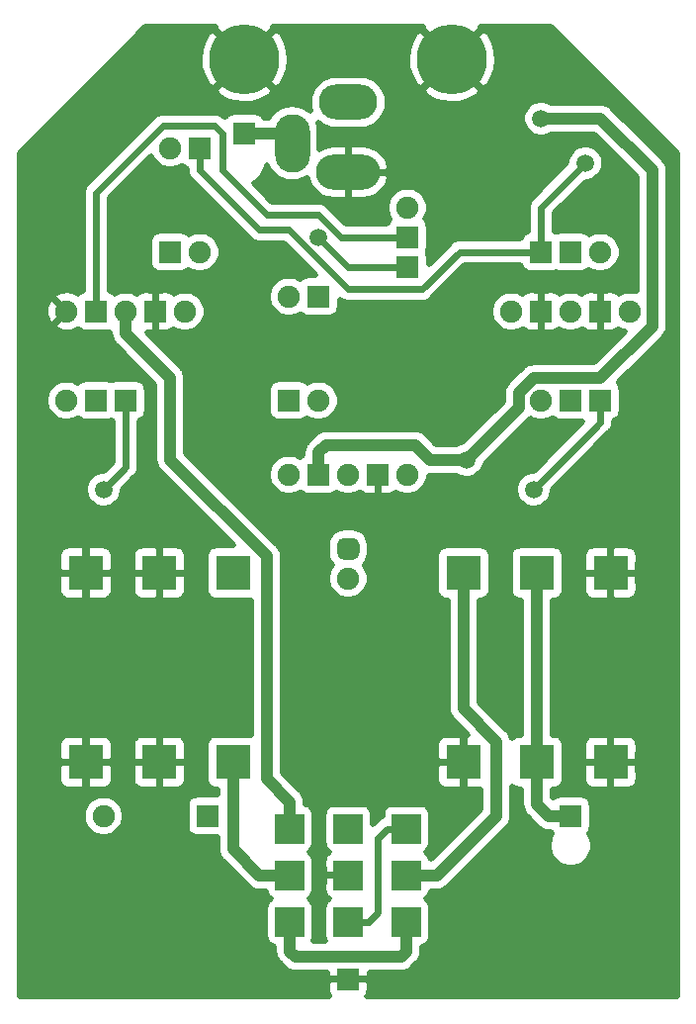
<source format=gbr>
G04 #@! TF.GenerationSoftware,KiCad,Pcbnew,5.1.12-84ad8e8a86~92~ubuntu20.04.1*
G04 #@! TF.CreationDate,2024-08-07T09:27:01+00:00*
G04 #@! TF.ProjectId,___-1.30.B-1,221a1f2d-312e-4333-902e-422d312e6b69,3B*
G04 #@! TF.SameCoordinates,Original*
G04 #@! TF.FileFunction,Copper,L2,Bot*
G04 #@! TF.FilePolarity,Positive*
%FSLAX46Y46*%
G04 Gerber Fmt 4.6, Leading zero omitted, Abs format (unit mm)*
G04 Created by KiCad (PCBNEW 5.1.12-84ad8e8a86~92~ubuntu20.04.1) date 2024-08-07 09:27:01*
%MOMM*%
%LPD*%
G01*
G04 APERTURE LIST*
G04 #@! TA.AperFunction,ComponentPad*
%ADD10C,1.900000*%
G04 #@! TD*
G04 #@! TA.AperFunction,ComponentPad*
%ADD11R,1.900000X1.900000*%
G04 #@! TD*
G04 #@! TA.AperFunction,ComponentPad*
%ADD12R,3.000000X3.000000*%
G04 #@! TD*
G04 #@! TA.AperFunction,ComponentPad*
%ADD13O,5.500000X3.000000*%
G04 #@! TD*
G04 #@! TA.AperFunction,ComponentPad*
%ADD14O,3.000000X5.000000*%
G04 #@! TD*
G04 #@! TA.AperFunction,ComponentPad*
%ADD15O,5.000000X3.000000*%
G04 #@! TD*
G04 #@! TA.AperFunction,ComponentPad*
%ADD16R,2.500000X2.500000*%
G04 #@! TD*
G04 #@! TA.AperFunction,ComponentPad*
%ADD17C,6.000000*%
G04 #@! TD*
G04 #@! TA.AperFunction,ViaPad*
%ADD18C,1.500000*%
G04 #@! TD*
G04 #@! TA.AperFunction,Conductor*
%ADD19C,1.000000*%
G04 #@! TD*
G04 #@! TA.AperFunction,Conductor*
%ADD20C,0.600000*%
G04 #@! TD*
G04 #@! TA.AperFunction,Conductor*
%ADD21C,0.500000*%
G04 #@! TD*
G04 #@! TA.AperFunction,Conductor*
%ADD22C,0.100000*%
G04 #@! TD*
G04 APERTURE END LIST*
D10*
X84455000Y-162560000D03*
D11*
X93345000Y-162560000D03*
D10*
X129540000Y-119380000D03*
D11*
X127000000Y-119380000D03*
D10*
X124460000Y-119380000D03*
D11*
X121920000Y-119380000D03*
D10*
X119380000Y-119380000D03*
X110490000Y-133350000D03*
D11*
X107950000Y-133350000D03*
D10*
X105410000Y-133350000D03*
D11*
X102870000Y-133350000D03*
D10*
X100330000Y-133350000D03*
X91440000Y-119380000D03*
D11*
X88900000Y-119380000D03*
D10*
X86360000Y-119380000D03*
D11*
X83820000Y-119380000D03*
D10*
X81280000Y-119380000D03*
D11*
X110490000Y-115570000D03*
X110490000Y-113030000D03*
D10*
X110490000Y-110490000D03*
D11*
X121920000Y-114300000D03*
X124460000Y-114300000D03*
D10*
X127000000Y-114300000D03*
D11*
X127000000Y-127000000D03*
X124460000Y-127000000D03*
D10*
X121920000Y-127000000D03*
D11*
X86360000Y-127000000D03*
X83820000Y-127000000D03*
D10*
X81280000Y-127000000D03*
D11*
X100330000Y-127000000D03*
D10*
X100330000Y-118110000D03*
D11*
X102870000Y-118110000D03*
D10*
X102870000Y-127000000D03*
D11*
X90170000Y-114300000D03*
D10*
X90170000Y-105410000D03*
D11*
X92710000Y-105410000D03*
D10*
X92710000Y-114300000D03*
D12*
X115280000Y-157960000D03*
X121580000Y-157960000D03*
X127880000Y-157960000D03*
X115280000Y-141760000D03*
X121580000Y-141760000D03*
X127880000Y-141760000D03*
X95540000Y-141760000D03*
X89240000Y-141760000D03*
X82940000Y-141760000D03*
X95540000Y-157960000D03*
X89240000Y-157960000D03*
X82940000Y-157960000D03*
D13*
X105410000Y-107480000D03*
D14*
X100610000Y-104980000D03*
D15*
X105410000Y-101480000D03*
D10*
X105410000Y-142240000D03*
G04 #@! TA.AperFunction,ComponentPad*
G36*
G01*
X105790000Y-140650000D02*
X105030000Y-140650000D01*
G75*
G02*
X104460000Y-140080000I0J570000D01*
G01*
X104460000Y-139320000D01*
G75*
G02*
X105030000Y-138750000I570000J0D01*
G01*
X105790000Y-138750000D01*
G75*
G02*
X106360000Y-139320000I0J-570000D01*
G01*
X106360000Y-140080000D01*
G75*
G02*
X105790000Y-140650000I-570000J0D01*
G01*
G37*
G04 #@! TD.AperFunction*
D16*
X110410000Y-167640000D03*
X110410000Y-171640000D03*
X110410000Y-163640000D03*
X105410000Y-167640000D03*
X105410000Y-171640000D03*
X105410000Y-163640000D03*
X100410000Y-163640000D03*
X100410000Y-167640000D03*
X100410000Y-171640000D03*
D17*
X114300000Y-97790000D03*
X96520000Y-97790000D03*
D11*
X124460000Y-162560000D03*
X96520000Y-104140000D03*
X105410000Y-176530000D03*
D18*
X121920000Y-102870000D03*
X115570000Y-132080000D03*
X121285000Y-134620000D03*
X125730000Y-106680000D03*
X102870000Y-113030000D03*
X84455000Y-134620000D03*
D19*
X110410000Y-174140000D02*
X110410000Y-171640000D01*
X109925000Y-174625000D02*
X110410000Y-174140000D01*
X100895000Y-174625000D02*
X109925000Y-174625000D01*
X100410000Y-174140000D02*
X100895000Y-174625000D01*
X100410000Y-171640000D02*
X100410000Y-174140000D01*
X113030000Y-167640000D02*
X110410000Y-167640000D01*
X118110000Y-162560000D02*
X113030000Y-167640000D01*
X118110000Y-156210000D02*
X118110000Y-162560000D01*
X115280000Y-153380000D02*
X118110000Y-156210000D01*
X115280000Y-141760000D02*
X115280000Y-153380000D01*
X100410000Y-167640000D02*
X97790000Y-167640000D01*
X95540000Y-165390000D02*
X97790000Y-167640000D01*
X95540000Y-157960000D02*
X95540000Y-165390000D01*
X100610000Y-104140000D02*
X96520000Y-104140000D01*
X100610000Y-104980000D02*
X100610000Y-104140000D01*
X121580000Y-141760000D02*
X121580000Y-157960000D01*
X121580000Y-157960000D02*
X121580000Y-161585000D01*
X121580000Y-161585000D02*
X122555000Y-162560000D01*
X122555000Y-162560000D02*
X124460000Y-162560000D01*
X127000000Y-102870000D02*
X121920000Y-102870000D01*
X131445000Y-107315000D02*
X127000000Y-102870000D01*
X131445000Y-120650000D02*
X131445000Y-107315000D01*
X121285000Y-125095000D02*
X127000000Y-125095000D01*
X120015000Y-126365000D02*
X121285000Y-125095000D01*
X127000000Y-125095000D02*
X131445000Y-120650000D01*
X120015000Y-127635000D02*
X120015000Y-126365000D01*
X115570000Y-132080000D02*
X120015000Y-127635000D01*
X102870000Y-131445000D02*
X103505000Y-130810000D01*
X102870000Y-133350000D02*
X102870000Y-131445000D01*
X112395000Y-132080000D02*
X111125000Y-130810000D01*
X115570000Y-132080000D02*
X112395000Y-132080000D01*
X103505000Y-130810000D02*
X111125000Y-130810000D01*
D20*
X105410000Y-171640000D02*
X107125000Y-171640000D01*
X107125000Y-171640000D02*
X107950000Y-170815000D01*
X110410000Y-163640000D02*
X108775000Y-163640000D01*
X108775000Y-163640000D02*
X107950000Y-164465000D01*
X107950000Y-164465000D02*
X107950000Y-170815000D01*
D19*
X100410000Y-161370000D02*
X100410000Y-163640000D01*
X98425000Y-159385000D02*
X100410000Y-161370000D01*
X98425000Y-140335000D02*
X98425000Y-159385000D01*
X90170000Y-125095000D02*
X90170000Y-132080000D01*
X86360000Y-121285000D02*
X90170000Y-125095000D01*
X90170000Y-132080000D02*
X98425000Y-140335000D01*
X86360000Y-119380000D02*
X86360000Y-121285000D01*
D20*
X121285000Y-134620000D02*
X127000000Y-128905000D01*
X127000000Y-127000000D02*
X127000000Y-128905000D01*
X121920000Y-110490000D02*
X125730000Y-106680000D01*
X121920000Y-114300000D02*
X121920000Y-110490000D01*
X114935000Y-114300000D02*
X121920000Y-114300000D01*
X111760000Y-117475000D02*
X114935000Y-114300000D01*
X105410000Y-117475000D02*
X111760000Y-117475000D01*
X100330000Y-112395000D02*
X105410000Y-117475000D01*
X97790000Y-112395000D02*
X100330000Y-112395000D01*
X92710000Y-107315000D02*
X97790000Y-112395000D01*
X92710000Y-105410000D02*
X92710000Y-107315000D01*
X89535000Y-103505000D02*
X83820000Y-109220000D01*
X93980000Y-103505000D02*
X89535000Y-103505000D01*
X94615000Y-104140000D02*
X93980000Y-103505000D01*
X94615000Y-107315000D02*
X94615000Y-104140000D01*
X102870000Y-111125000D02*
X98425000Y-111125000D01*
X98425000Y-111125000D02*
X94615000Y-107315000D01*
X104775000Y-113030000D02*
X102870000Y-111125000D01*
X110490000Y-113030000D02*
X104775000Y-113030000D01*
X83820000Y-109220000D02*
X83820000Y-119380000D01*
X105410000Y-115570000D02*
X102870000Y-113030000D01*
X110490000Y-115570000D02*
X105410000Y-115570000D01*
X84455000Y-134620000D02*
X86360000Y-132715000D01*
X86360000Y-132715000D02*
X86360000Y-127000000D01*
D21*
X93970324Y-95169613D02*
X96520000Y-97719289D01*
X99069676Y-95169613D01*
X98987651Y-95030000D01*
X111832349Y-95030000D01*
X111750324Y-95169613D01*
X114300000Y-97719289D01*
X116849676Y-95169613D01*
X116767651Y-95030000D01*
X122755077Y-95030000D01*
X133570000Y-105844924D01*
X133570001Y-178020000D01*
X107016431Y-178020000D01*
X107070169Y-177954520D01*
X107149098Y-177806855D01*
X107197701Y-177646629D01*
X107214113Y-177480000D01*
X107210000Y-176792500D01*
X106997500Y-176580000D01*
X105460000Y-176580000D01*
X105460000Y-176600000D01*
X105360000Y-176600000D01*
X105360000Y-176580000D01*
X103822500Y-176580000D01*
X103610000Y-176792500D01*
X103605887Y-177480000D01*
X103622299Y-177646629D01*
X103670902Y-177806855D01*
X103749831Y-177954520D01*
X103803569Y-178020000D01*
X77250000Y-178020000D01*
X77250000Y-162382716D01*
X82655000Y-162382716D01*
X82655000Y-162737284D01*
X82724173Y-163085041D01*
X82859861Y-163412620D01*
X83056849Y-163707433D01*
X83307567Y-163958151D01*
X83602380Y-164155139D01*
X83929959Y-164290827D01*
X84277716Y-164360000D01*
X84632284Y-164360000D01*
X84980041Y-164290827D01*
X85307620Y-164155139D01*
X85602433Y-163958151D01*
X85853151Y-163707433D01*
X86050139Y-163412620D01*
X86185827Y-163085041D01*
X86255000Y-162737284D01*
X86255000Y-162382716D01*
X86185827Y-162034959D01*
X86050139Y-161707380D01*
X85853151Y-161412567D01*
X85602433Y-161161849D01*
X85307620Y-160964861D01*
X84980041Y-160829173D01*
X84632284Y-160760000D01*
X84277716Y-160760000D01*
X83929959Y-160829173D01*
X83602380Y-160964861D01*
X83307567Y-161161849D01*
X83056849Y-161412567D01*
X82859861Y-161707380D01*
X82724173Y-162034959D01*
X82655000Y-162382716D01*
X77250000Y-162382716D01*
X77250000Y-159460000D01*
X80585887Y-159460000D01*
X80602299Y-159626629D01*
X80650902Y-159786855D01*
X80729831Y-159934520D01*
X80836051Y-160063949D01*
X80965480Y-160170169D01*
X81113145Y-160249098D01*
X81273371Y-160297701D01*
X81440000Y-160314113D01*
X82677500Y-160310000D01*
X82890000Y-160097500D01*
X82890000Y-158010000D01*
X82990000Y-158010000D01*
X82990000Y-160097500D01*
X83202500Y-160310000D01*
X84440000Y-160314113D01*
X84606629Y-160297701D01*
X84766855Y-160249098D01*
X84914520Y-160170169D01*
X85043949Y-160063949D01*
X85150169Y-159934520D01*
X85229098Y-159786855D01*
X85277701Y-159626629D01*
X85294113Y-159460000D01*
X86885887Y-159460000D01*
X86902299Y-159626629D01*
X86950902Y-159786855D01*
X87029831Y-159934520D01*
X87136051Y-160063949D01*
X87265480Y-160170169D01*
X87413145Y-160249098D01*
X87573371Y-160297701D01*
X87740000Y-160314113D01*
X88977500Y-160310000D01*
X89190000Y-160097500D01*
X89190000Y-158010000D01*
X89290000Y-158010000D01*
X89290000Y-160097500D01*
X89502500Y-160310000D01*
X90740000Y-160314113D01*
X90906629Y-160297701D01*
X91066855Y-160249098D01*
X91214520Y-160170169D01*
X91343949Y-160063949D01*
X91450169Y-159934520D01*
X91529098Y-159786855D01*
X91577701Y-159626629D01*
X91594113Y-159460000D01*
X91590000Y-158222500D01*
X91377500Y-158010000D01*
X89290000Y-158010000D01*
X89190000Y-158010000D01*
X87102500Y-158010000D01*
X86890000Y-158222500D01*
X86885887Y-159460000D01*
X85294113Y-159460000D01*
X85290000Y-158222500D01*
X85077500Y-158010000D01*
X82990000Y-158010000D01*
X82890000Y-158010000D01*
X80802500Y-158010000D01*
X80590000Y-158222500D01*
X80585887Y-159460000D01*
X77250000Y-159460000D01*
X77250000Y-156460000D01*
X80585887Y-156460000D01*
X80590000Y-157697500D01*
X80802500Y-157910000D01*
X82890000Y-157910000D01*
X82890000Y-155822500D01*
X82990000Y-155822500D01*
X82990000Y-157910000D01*
X85077500Y-157910000D01*
X85290000Y-157697500D01*
X85294113Y-156460000D01*
X86885887Y-156460000D01*
X86890000Y-157697500D01*
X87102500Y-157910000D01*
X89190000Y-157910000D01*
X89190000Y-155822500D01*
X89290000Y-155822500D01*
X89290000Y-157910000D01*
X91377500Y-157910000D01*
X91590000Y-157697500D01*
X91594113Y-156460000D01*
X91577701Y-156293371D01*
X91529098Y-156133145D01*
X91450169Y-155985480D01*
X91343949Y-155856051D01*
X91214520Y-155749831D01*
X91066855Y-155670902D01*
X90906629Y-155622299D01*
X90740000Y-155605887D01*
X89502500Y-155610000D01*
X89290000Y-155822500D01*
X89190000Y-155822500D01*
X88977500Y-155610000D01*
X87740000Y-155605887D01*
X87573371Y-155622299D01*
X87413145Y-155670902D01*
X87265480Y-155749831D01*
X87136051Y-155856051D01*
X87029831Y-155985480D01*
X86950902Y-156133145D01*
X86902299Y-156293371D01*
X86885887Y-156460000D01*
X85294113Y-156460000D01*
X85277701Y-156293371D01*
X85229098Y-156133145D01*
X85150169Y-155985480D01*
X85043949Y-155856051D01*
X84914520Y-155749831D01*
X84766855Y-155670902D01*
X84606629Y-155622299D01*
X84440000Y-155605887D01*
X83202500Y-155610000D01*
X82990000Y-155822500D01*
X82890000Y-155822500D01*
X82677500Y-155610000D01*
X81440000Y-155605887D01*
X81273371Y-155622299D01*
X81113145Y-155670902D01*
X80965480Y-155749831D01*
X80836051Y-155856051D01*
X80729831Y-155985480D01*
X80650902Y-156133145D01*
X80602299Y-156293371D01*
X80585887Y-156460000D01*
X77250000Y-156460000D01*
X77250000Y-143260000D01*
X80585887Y-143260000D01*
X80602299Y-143426629D01*
X80650902Y-143586855D01*
X80729831Y-143734520D01*
X80836051Y-143863949D01*
X80965480Y-143970169D01*
X81113145Y-144049098D01*
X81273371Y-144097701D01*
X81440000Y-144114113D01*
X82677500Y-144110000D01*
X82890000Y-143897500D01*
X82890000Y-141810000D01*
X82990000Y-141810000D01*
X82990000Y-143897500D01*
X83202500Y-144110000D01*
X84440000Y-144114113D01*
X84606629Y-144097701D01*
X84766855Y-144049098D01*
X84914520Y-143970169D01*
X85043949Y-143863949D01*
X85150169Y-143734520D01*
X85229098Y-143586855D01*
X85277701Y-143426629D01*
X85294113Y-143260000D01*
X86885887Y-143260000D01*
X86902299Y-143426629D01*
X86950902Y-143586855D01*
X87029831Y-143734520D01*
X87136051Y-143863949D01*
X87265480Y-143970169D01*
X87413145Y-144049098D01*
X87573371Y-144097701D01*
X87740000Y-144114113D01*
X88977500Y-144110000D01*
X89190000Y-143897500D01*
X89190000Y-141810000D01*
X89290000Y-141810000D01*
X89290000Y-143897500D01*
X89502500Y-144110000D01*
X90740000Y-144114113D01*
X90906629Y-144097701D01*
X91066855Y-144049098D01*
X91214520Y-143970169D01*
X91343949Y-143863949D01*
X91450169Y-143734520D01*
X91529098Y-143586855D01*
X91577701Y-143426629D01*
X91594113Y-143260000D01*
X91590000Y-142022500D01*
X91377500Y-141810000D01*
X89290000Y-141810000D01*
X89190000Y-141810000D01*
X87102500Y-141810000D01*
X86890000Y-142022500D01*
X86885887Y-143260000D01*
X85294113Y-143260000D01*
X85290000Y-142022500D01*
X85077500Y-141810000D01*
X82990000Y-141810000D01*
X82890000Y-141810000D01*
X80802500Y-141810000D01*
X80590000Y-142022500D01*
X80585887Y-143260000D01*
X77250000Y-143260000D01*
X77250000Y-140260000D01*
X80585887Y-140260000D01*
X80590000Y-141497500D01*
X80802500Y-141710000D01*
X82890000Y-141710000D01*
X82890000Y-139622500D01*
X82990000Y-139622500D01*
X82990000Y-141710000D01*
X85077500Y-141710000D01*
X85290000Y-141497500D01*
X85294113Y-140260000D01*
X86885887Y-140260000D01*
X86890000Y-141497500D01*
X87102500Y-141710000D01*
X89190000Y-141710000D01*
X89190000Y-139622500D01*
X89290000Y-139622500D01*
X89290000Y-141710000D01*
X91377500Y-141710000D01*
X91590000Y-141497500D01*
X91594113Y-140260000D01*
X91577701Y-140093371D01*
X91529098Y-139933145D01*
X91450169Y-139785480D01*
X91343949Y-139656051D01*
X91214520Y-139549831D01*
X91066855Y-139470902D01*
X90906629Y-139422299D01*
X90740000Y-139405887D01*
X89502500Y-139410000D01*
X89290000Y-139622500D01*
X89190000Y-139622500D01*
X88977500Y-139410000D01*
X87740000Y-139405887D01*
X87573371Y-139422299D01*
X87413145Y-139470902D01*
X87265480Y-139549831D01*
X87136051Y-139656051D01*
X87029831Y-139785480D01*
X86950902Y-139933145D01*
X86902299Y-140093371D01*
X86885887Y-140260000D01*
X85294113Y-140260000D01*
X85277701Y-140093371D01*
X85229098Y-139933145D01*
X85150169Y-139785480D01*
X85043949Y-139656051D01*
X84914520Y-139549831D01*
X84766855Y-139470902D01*
X84606629Y-139422299D01*
X84440000Y-139405887D01*
X83202500Y-139410000D01*
X82990000Y-139622500D01*
X82890000Y-139622500D01*
X82677500Y-139410000D01*
X81440000Y-139405887D01*
X81273371Y-139422299D01*
X81113145Y-139470902D01*
X80965480Y-139549831D01*
X80836051Y-139656051D01*
X80729831Y-139785480D01*
X80650902Y-139933145D01*
X80602299Y-140093371D01*
X80585887Y-140260000D01*
X77250000Y-140260000D01*
X77250000Y-126822716D01*
X79480000Y-126822716D01*
X79480000Y-127177284D01*
X79549173Y-127525041D01*
X79684861Y-127852620D01*
X79881849Y-128147433D01*
X80132567Y-128398151D01*
X80427380Y-128595139D01*
X80754959Y-128730827D01*
X81102716Y-128800000D01*
X81457284Y-128800000D01*
X81805041Y-128730827D01*
X82132620Y-128595139D01*
X82240629Y-128522970D01*
X82266052Y-128553948D01*
X82395481Y-128660168D01*
X82543145Y-128739097D01*
X82703371Y-128787700D01*
X82870000Y-128804112D01*
X84770000Y-128804112D01*
X84936629Y-128787700D01*
X85090000Y-128741176D01*
X85210001Y-128777577D01*
X85210000Y-132238655D01*
X84428656Y-133020000D01*
X84297414Y-133020000D01*
X83988297Y-133081487D01*
X83697116Y-133202098D01*
X83435059Y-133377199D01*
X83212199Y-133600059D01*
X83037098Y-133862116D01*
X82916487Y-134153297D01*
X82855000Y-134462414D01*
X82855000Y-134777586D01*
X82916487Y-135086703D01*
X83037098Y-135377884D01*
X83212199Y-135639941D01*
X83435059Y-135862801D01*
X83697116Y-136037902D01*
X83988297Y-136158513D01*
X84297414Y-136220000D01*
X84612586Y-136220000D01*
X84921703Y-136158513D01*
X85212884Y-136037902D01*
X85474941Y-135862801D01*
X85697801Y-135639941D01*
X85872902Y-135377884D01*
X85993513Y-135086703D01*
X86055000Y-134777586D01*
X86055000Y-134646344D01*
X87133226Y-133568119D01*
X87177107Y-133532107D01*
X87320816Y-133356997D01*
X87427602Y-133157215D01*
X87493360Y-132940439D01*
X87510000Y-132771492D01*
X87510000Y-132771484D01*
X87515563Y-132715000D01*
X87510000Y-132658516D01*
X87510000Y-128777577D01*
X87636855Y-128739097D01*
X87784519Y-128660168D01*
X87913948Y-128553948D01*
X88020168Y-128424519D01*
X88099097Y-128276855D01*
X88147700Y-128116629D01*
X88164112Y-127950000D01*
X88164112Y-126050000D01*
X88147700Y-125883371D01*
X88099097Y-125723145D01*
X88020168Y-125575481D01*
X87913948Y-125446052D01*
X87784519Y-125339832D01*
X87636855Y-125260903D01*
X87476629Y-125212300D01*
X87310000Y-125195888D01*
X85410000Y-125195888D01*
X85243371Y-125212300D01*
X85090000Y-125258824D01*
X84936629Y-125212300D01*
X84770000Y-125195888D01*
X82870000Y-125195888D01*
X82703371Y-125212300D01*
X82543145Y-125260903D01*
X82395481Y-125339832D01*
X82266052Y-125446052D01*
X82240629Y-125477030D01*
X82132620Y-125404861D01*
X81805041Y-125269173D01*
X81457284Y-125200000D01*
X81102716Y-125200000D01*
X80754959Y-125269173D01*
X80427380Y-125404861D01*
X80132567Y-125601849D01*
X79881849Y-125852567D01*
X79684861Y-126147380D01*
X79549173Y-126474959D01*
X79480000Y-126822716D01*
X77250000Y-126822716D01*
X77250000Y-119358979D01*
X79471413Y-119358979D01*
X79502064Y-119712221D01*
X79601039Y-120052695D01*
X79764537Y-120367318D01*
X79787893Y-120402276D01*
X80116508Y-120472781D01*
X81209289Y-119380000D01*
X80116508Y-118287219D01*
X79787893Y-118357724D01*
X79617127Y-118668463D01*
X79510265Y-119006545D01*
X79471413Y-119358979D01*
X77250000Y-119358979D01*
X77250000Y-118216508D01*
X80187219Y-118216508D01*
X81280000Y-119309289D01*
X81294142Y-119295147D01*
X81364853Y-119365858D01*
X81350711Y-119380000D01*
X81364853Y-119394142D01*
X81294142Y-119464853D01*
X81280000Y-119450711D01*
X80187219Y-120543492D01*
X80257724Y-120872107D01*
X80568463Y-121042873D01*
X80906545Y-121149735D01*
X81258979Y-121188587D01*
X81612221Y-121157936D01*
X81952695Y-121058961D01*
X82244289Y-120907430D01*
X82266052Y-120933948D01*
X82395481Y-121040168D01*
X82543145Y-121119097D01*
X82703371Y-121167700D01*
X82870000Y-121184112D01*
X84770000Y-121184112D01*
X84936629Y-121167700D01*
X85010001Y-121145443D01*
X85010001Y-121218672D01*
X85003468Y-121285000D01*
X85029534Y-121549646D01*
X85106729Y-121804122D01*
X85232085Y-122038649D01*
X85358510Y-122192698D01*
X85358514Y-122192702D01*
X85400788Y-122244213D01*
X85452299Y-122286487D01*
X88820000Y-125654188D01*
X88820001Y-132013671D01*
X88813468Y-132080000D01*
X88839534Y-132344646D01*
X88916729Y-132599122D01*
X89042085Y-132833649D01*
X89168510Y-132987698D01*
X89168514Y-132987702D01*
X89210788Y-133039213D01*
X89262299Y-133081487D01*
X95586699Y-139405888D01*
X94040000Y-139405888D01*
X93873371Y-139422300D01*
X93713145Y-139470903D01*
X93565481Y-139549832D01*
X93436052Y-139656052D01*
X93329832Y-139785481D01*
X93250903Y-139933145D01*
X93202300Y-140093371D01*
X93185888Y-140260000D01*
X93185888Y-143260000D01*
X93202300Y-143426629D01*
X93250903Y-143586855D01*
X93329832Y-143734519D01*
X93436052Y-143863948D01*
X93565481Y-143970168D01*
X93713145Y-144049097D01*
X93873371Y-144097700D01*
X94040000Y-144114112D01*
X97040000Y-144114112D01*
X97075000Y-144110665D01*
X97075001Y-155609335D01*
X97040000Y-155605888D01*
X94040000Y-155605888D01*
X93873371Y-155622300D01*
X93713145Y-155670903D01*
X93565481Y-155749832D01*
X93436052Y-155856052D01*
X93329832Y-155985481D01*
X93250903Y-156133145D01*
X93202300Y-156293371D01*
X93185888Y-156460000D01*
X93185888Y-159460000D01*
X93202300Y-159626629D01*
X93250903Y-159786855D01*
X93329832Y-159934519D01*
X93436052Y-160063948D01*
X93565481Y-160170168D01*
X93713145Y-160249097D01*
X93873371Y-160297700D01*
X94040000Y-160314112D01*
X94190000Y-160314112D01*
X94190000Y-160755888D01*
X92395000Y-160755888D01*
X92228371Y-160772300D01*
X92068145Y-160820903D01*
X91920481Y-160899832D01*
X91791052Y-161006052D01*
X91684832Y-161135481D01*
X91605903Y-161283145D01*
X91557300Y-161443371D01*
X91540888Y-161610000D01*
X91540888Y-163510000D01*
X91557300Y-163676629D01*
X91605903Y-163836855D01*
X91684832Y-163984519D01*
X91791052Y-164113948D01*
X91920481Y-164220168D01*
X92068145Y-164299097D01*
X92228371Y-164347700D01*
X92395000Y-164364112D01*
X94190001Y-164364112D01*
X94190001Y-165323671D01*
X94183468Y-165390000D01*
X94209534Y-165654646D01*
X94286729Y-165909122D01*
X94412085Y-166143649D01*
X94538510Y-166297698D01*
X94538514Y-166297702D01*
X94580788Y-166349213D01*
X94632299Y-166391487D01*
X96788509Y-168547697D01*
X96830787Y-168599213D01*
X96882302Y-168641490D01*
X97036351Y-168767915D01*
X97270877Y-168893272D01*
X97525354Y-168970467D01*
X97790000Y-168996532D01*
X97856321Y-168990000D01*
X98315737Y-168990000D01*
X98322300Y-169056629D01*
X98370903Y-169216855D01*
X98449832Y-169364519D01*
X98556052Y-169493948D01*
X98685481Y-169600168D01*
X98760001Y-169640000D01*
X98685481Y-169679832D01*
X98556052Y-169786052D01*
X98449832Y-169915481D01*
X98370903Y-170063145D01*
X98322300Y-170223371D01*
X98305888Y-170390000D01*
X98305888Y-172890000D01*
X98322300Y-173056629D01*
X98370903Y-173216855D01*
X98449832Y-173364519D01*
X98556052Y-173493948D01*
X98685481Y-173600168D01*
X98833145Y-173679097D01*
X98993371Y-173727700D01*
X99060001Y-173734263D01*
X99060001Y-174073671D01*
X99053468Y-174140000D01*
X99079534Y-174404646D01*
X99156729Y-174659122D01*
X99282085Y-174893649D01*
X99408510Y-175047698D01*
X99408514Y-175047702D01*
X99450788Y-175099213D01*
X99502300Y-175141488D01*
X99893505Y-175532692D01*
X99935787Y-175584213D01*
X100141351Y-175752915D01*
X100375878Y-175878272D01*
X100630354Y-175955467D01*
X100828679Y-175975000D01*
X100828681Y-175975000D01*
X100895000Y-175981532D01*
X100961319Y-175975000D01*
X103608250Y-175975000D01*
X103610000Y-176267500D01*
X103822500Y-176480000D01*
X105360000Y-176480000D01*
X105360000Y-176460000D01*
X105460000Y-176460000D01*
X105460000Y-176480000D01*
X106997500Y-176480000D01*
X107210000Y-176267500D01*
X107211750Y-175975000D01*
X109858681Y-175975000D01*
X109925000Y-175981532D01*
X109991319Y-175975000D01*
X109991321Y-175975000D01*
X110189646Y-175955467D01*
X110444122Y-175878272D01*
X110678649Y-175752915D01*
X110884213Y-175584213D01*
X110926492Y-175532696D01*
X111317696Y-175141491D01*
X111369212Y-175099213D01*
X111537915Y-174893649D01*
X111663272Y-174659122D01*
X111740467Y-174404646D01*
X111760000Y-174206321D01*
X111760000Y-174206319D01*
X111766532Y-174140000D01*
X111760000Y-174073681D01*
X111760000Y-173734263D01*
X111826629Y-173727700D01*
X111986855Y-173679097D01*
X112134519Y-173600168D01*
X112263948Y-173493948D01*
X112370168Y-173364519D01*
X112449097Y-173216855D01*
X112497700Y-173056629D01*
X112514112Y-172890000D01*
X112514112Y-170390000D01*
X112497700Y-170223371D01*
X112449097Y-170063145D01*
X112370168Y-169915481D01*
X112263948Y-169786052D01*
X112134519Y-169679832D01*
X112059999Y-169640000D01*
X112134519Y-169600168D01*
X112263948Y-169493948D01*
X112370168Y-169364519D01*
X112449097Y-169216855D01*
X112497700Y-169056629D01*
X112504263Y-168990000D01*
X112963681Y-168990000D01*
X113030000Y-168996532D01*
X113096319Y-168990000D01*
X113096321Y-168990000D01*
X113294646Y-168970467D01*
X113549122Y-168893272D01*
X113783649Y-168767915D01*
X113989213Y-168599213D01*
X114031491Y-168547697D01*
X119017702Y-163561487D01*
X119069213Y-163519213D01*
X119111487Y-163467702D01*
X119111490Y-163467699D01*
X119237915Y-163313650D01*
X119363271Y-163079123D01*
X119363272Y-163079122D01*
X119440467Y-162824646D01*
X119460000Y-162626321D01*
X119460000Y-162626319D01*
X119466532Y-162560000D01*
X119460000Y-162493681D01*
X119460000Y-160044389D01*
X119476052Y-160063948D01*
X119605481Y-160170168D01*
X119753145Y-160249097D01*
X119913371Y-160297700D01*
X120080000Y-160314112D01*
X120230001Y-160314112D01*
X120230001Y-161518671D01*
X120223468Y-161585000D01*
X120249534Y-161849646D01*
X120326729Y-162104122D01*
X120452085Y-162338649D01*
X120578510Y-162492698D01*
X120578514Y-162492702D01*
X120620788Y-162544213D01*
X120672298Y-162586486D01*
X121553513Y-163467702D01*
X121595787Y-163519213D01*
X121647298Y-163561487D01*
X121647301Y-163561490D01*
X121801350Y-163687915D01*
X121926707Y-163754919D01*
X122035878Y-163813272D01*
X122290354Y-163890467D01*
X122488679Y-163910000D01*
X122488688Y-163910000D01*
X122554999Y-163916531D01*
X122621310Y-163910000D01*
X122760000Y-163910000D01*
X122799832Y-163984519D01*
X122859067Y-164056697D01*
X122766711Y-164194918D01*
X122622675Y-164542653D01*
X122549245Y-164911807D01*
X122549245Y-165288193D01*
X122622675Y-165657347D01*
X122766711Y-166005082D01*
X122975820Y-166318035D01*
X123241965Y-166584180D01*
X123554918Y-166793289D01*
X123902653Y-166937325D01*
X124271807Y-167010755D01*
X124648193Y-167010755D01*
X125017347Y-166937325D01*
X125365082Y-166793289D01*
X125678035Y-166584180D01*
X125944180Y-166318035D01*
X126153289Y-166005082D01*
X126297325Y-165657347D01*
X126370755Y-165288193D01*
X126370755Y-164911807D01*
X126297325Y-164542653D01*
X126153289Y-164194918D01*
X126060933Y-164056697D01*
X126120168Y-163984519D01*
X126199097Y-163836855D01*
X126247700Y-163676629D01*
X126264112Y-163510000D01*
X126264112Y-161610000D01*
X126247700Y-161443371D01*
X126199097Y-161283145D01*
X126120168Y-161135481D01*
X126013948Y-161006052D01*
X125884519Y-160899832D01*
X125736855Y-160820903D01*
X125576629Y-160772300D01*
X125410000Y-160755888D01*
X123510000Y-160755888D01*
X123343371Y-160772300D01*
X123183145Y-160820903D01*
X123035481Y-160899832D01*
X122930000Y-160986398D01*
X122930000Y-160314112D01*
X123080000Y-160314112D01*
X123246629Y-160297700D01*
X123406855Y-160249097D01*
X123554519Y-160170168D01*
X123683948Y-160063948D01*
X123790168Y-159934519D01*
X123869097Y-159786855D01*
X123917700Y-159626629D01*
X123934112Y-159460000D01*
X125525887Y-159460000D01*
X125542299Y-159626629D01*
X125590902Y-159786855D01*
X125669831Y-159934520D01*
X125776051Y-160063949D01*
X125905480Y-160170169D01*
X126053145Y-160249098D01*
X126213371Y-160297701D01*
X126380000Y-160314113D01*
X127617500Y-160310000D01*
X127830000Y-160097500D01*
X127830000Y-158010000D01*
X127930000Y-158010000D01*
X127930000Y-160097500D01*
X128142500Y-160310000D01*
X129380000Y-160314113D01*
X129546629Y-160297701D01*
X129706855Y-160249098D01*
X129854520Y-160170169D01*
X129983949Y-160063949D01*
X130090169Y-159934520D01*
X130169098Y-159786855D01*
X130217701Y-159626629D01*
X130234113Y-159460000D01*
X130230000Y-158222500D01*
X130017500Y-158010000D01*
X127930000Y-158010000D01*
X127830000Y-158010000D01*
X125742500Y-158010000D01*
X125530000Y-158222500D01*
X125525887Y-159460000D01*
X123934112Y-159460000D01*
X123934112Y-156460000D01*
X125525887Y-156460000D01*
X125530000Y-157697500D01*
X125742500Y-157910000D01*
X127830000Y-157910000D01*
X127830000Y-155822500D01*
X127930000Y-155822500D01*
X127930000Y-157910000D01*
X130017500Y-157910000D01*
X130230000Y-157697500D01*
X130234113Y-156460000D01*
X130217701Y-156293371D01*
X130169098Y-156133145D01*
X130090169Y-155985480D01*
X129983949Y-155856051D01*
X129854520Y-155749831D01*
X129706855Y-155670902D01*
X129546629Y-155622299D01*
X129380000Y-155605887D01*
X128142500Y-155610000D01*
X127930000Y-155822500D01*
X127830000Y-155822500D01*
X127617500Y-155610000D01*
X126380000Y-155605887D01*
X126213371Y-155622299D01*
X126053145Y-155670902D01*
X125905480Y-155749831D01*
X125776051Y-155856051D01*
X125669831Y-155985480D01*
X125590902Y-156133145D01*
X125542299Y-156293371D01*
X125525887Y-156460000D01*
X123934112Y-156460000D01*
X123917700Y-156293371D01*
X123869097Y-156133145D01*
X123790168Y-155985481D01*
X123683948Y-155856052D01*
X123554519Y-155749832D01*
X123406855Y-155670903D01*
X123246629Y-155622300D01*
X123080000Y-155605888D01*
X122930000Y-155605888D01*
X122930000Y-144114112D01*
X123080000Y-144114112D01*
X123246629Y-144097700D01*
X123406855Y-144049097D01*
X123554519Y-143970168D01*
X123683948Y-143863948D01*
X123790168Y-143734519D01*
X123869097Y-143586855D01*
X123917700Y-143426629D01*
X123934112Y-143260000D01*
X125525887Y-143260000D01*
X125542299Y-143426629D01*
X125590902Y-143586855D01*
X125669831Y-143734520D01*
X125776051Y-143863949D01*
X125905480Y-143970169D01*
X126053145Y-144049098D01*
X126213371Y-144097701D01*
X126380000Y-144114113D01*
X127617500Y-144110000D01*
X127830000Y-143897500D01*
X127830000Y-141810000D01*
X127930000Y-141810000D01*
X127930000Y-143897500D01*
X128142500Y-144110000D01*
X129380000Y-144114113D01*
X129546629Y-144097701D01*
X129706855Y-144049098D01*
X129854520Y-143970169D01*
X129983949Y-143863949D01*
X130090169Y-143734520D01*
X130169098Y-143586855D01*
X130217701Y-143426629D01*
X130234113Y-143260000D01*
X130230000Y-142022500D01*
X130017500Y-141810000D01*
X127930000Y-141810000D01*
X127830000Y-141810000D01*
X125742500Y-141810000D01*
X125530000Y-142022500D01*
X125525887Y-143260000D01*
X123934112Y-143260000D01*
X123934112Y-140260000D01*
X125525887Y-140260000D01*
X125530000Y-141497500D01*
X125742500Y-141710000D01*
X127830000Y-141710000D01*
X127830000Y-139622500D01*
X127930000Y-139622500D01*
X127930000Y-141710000D01*
X130017500Y-141710000D01*
X130230000Y-141497500D01*
X130234113Y-140260000D01*
X130217701Y-140093371D01*
X130169098Y-139933145D01*
X130090169Y-139785480D01*
X129983949Y-139656051D01*
X129854520Y-139549831D01*
X129706855Y-139470902D01*
X129546629Y-139422299D01*
X129380000Y-139405887D01*
X128142500Y-139410000D01*
X127930000Y-139622500D01*
X127830000Y-139622500D01*
X127617500Y-139410000D01*
X126380000Y-139405887D01*
X126213371Y-139422299D01*
X126053145Y-139470902D01*
X125905480Y-139549831D01*
X125776051Y-139656051D01*
X125669831Y-139785480D01*
X125590902Y-139933145D01*
X125542299Y-140093371D01*
X125525887Y-140260000D01*
X123934112Y-140260000D01*
X123917700Y-140093371D01*
X123869097Y-139933145D01*
X123790168Y-139785481D01*
X123683948Y-139656052D01*
X123554519Y-139549832D01*
X123406855Y-139470903D01*
X123246629Y-139422300D01*
X123080000Y-139405888D01*
X120080000Y-139405888D01*
X119913371Y-139422300D01*
X119753145Y-139470903D01*
X119605481Y-139549832D01*
X119476052Y-139656052D01*
X119369832Y-139785481D01*
X119290903Y-139933145D01*
X119242300Y-140093371D01*
X119225888Y-140260000D01*
X119225888Y-143260000D01*
X119242300Y-143426629D01*
X119290903Y-143586855D01*
X119369832Y-143734519D01*
X119476052Y-143863948D01*
X119605481Y-143970168D01*
X119753145Y-144049097D01*
X119913371Y-144097700D01*
X120080000Y-144114112D01*
X120230000Y-144114112D01*
X120230001Y-155605888D01*
X120080000Y-155605888D01*
X119913371Y-155622300D01*
X119753145Y-155670903D01*
X119605481Y-155749832D01*
X119476052Y-155856052D01*
X119430292Y-155911811D01*
X119363272Y-155690878D01*
X119237915Y-155456351D01*
X119069212Y-155250787D01*
X119017701Y-155208513D01*
X116630000Y-152820812D01*
X116630000Y-144114112D01*
X116780000Y-144114112D01*
X116946629Y-144097700D01*
X117106855Y-144049097D01*
X117254519Y-143970168D01*
X117383948Y-143863948D01*
X117490168Y-143734519D01*
X117569097Y-143586855D01*
X117617700Y-143426629D01*
X117634112Y-143260000D01*
X117634112Y-140260000D01*
X117617700Y-140093371D01*
X117569097Y-139933145D01*
X117490168Y-139785481D01*
X117383948Y-139656052D01*
X117254519Y-139549832D01*
X117106855Y-139470903D01*
X116946629Y-139422300D01*
X116780000Y-139405888D01*
X113780000Y-139405888D01*
X113613371Y-139422300D01*
X113453145Y-139470903D01*
X113305481Y-139549832D01*
X113176052Y-139656052D01*
X113069832Y-139785481D01*
X112990903Y-139933145D01*
X112942300Y-140093371D01*
X112925888Y-140260000D01*
X112925888Y-143260000D01*
X112942300Y-143426629D01*
X112990903Y-143586855D01*
X113069832Y-143734519D01*
X113176052Y-143863948D01*
X113305481Y-143970168D01*
X113453145Y-144049097D01*
X113613371Y-144097700D01*
X113780000Y-144114112D01*
X113930000Y-144114112D01*
X113930001Y-153313671D01*
X113923468Y-153380000D01*
X113949534Y-153644646D01*
X114026729Y-153899122D01*
X114152085Y-154133649D01*
X114278510Y-154287698D01*
X114278514Y-154287702D01*
X114320788Y-154339213D01*
X114372299Y-154381487D01*
X115600619Y-155609807D01*
X115542500Y-155610000D01*
X115330000Y-155822500D01*
X115330000Y-157910000D01*
X115350000Y-157910000D01*
X115350000Y-158010000D01*
X115330000Y-158010000D01*
X115330000Y-160097500D01*
X115542500Y-160310000D01*
X116760001Y-160314047D01*
X116760001Y-162000810D01*
X112501263Y-166259549D01*
X112497700Y-166223371D01*
X112449097Y-166063145D01*
X112370168Y-165915481D01*
X112263948Y-165786052D01*
X112134519Y-165679832D01*
X112059999Y-165640000D01*
X112134519Y-165600168D01*
X112263948Y-165493948D01*
X112370168Y-165364519D01*
X112449097Y-165216855D01*
X112497700Y-165056629D01*
X112514112Y-164890000D01*
X112514112Y-162390000D01*
X112497700Y-162223371D01*
X112449097Y-162063145D01*
X112370168Y-161915481D01*
X112263948Y-161786052D01*
X112134519Y-161679832D01*
X111986855Y-161600903D01*
X111826629Y-161552300D01*
X111660000Y-161535888D01*
X109160000Y-161535888D01*
X108993371Y-161552300D01*
X108833145Y-161600903D01*
X108685481Y-161679832D01*
X108556052Y-161786052D01*
X108449832Y-161915481D01*
X108370903Y-162063145D01*
X108322300Y-162223371D01*
X108305888Y-162390000D01*
X108305888Y-162586775D01*
X108133003Y-162679184D01*
X108133001Y-162679185D01*
X108133002Y-162679185D01*
X108001772Y-162786882D01*
X108001769Y-162786885D01*
X107957893Y-162822893D01*
X107921884Y-162866770D01*
X107514112Y-163274543D01*
X107514112Y-162390000D01*
X107497700Y-162223371D01*
X107449097Y-162063145D01*
X107370168Y-161915481D01*
X107263948Y-161786052D01*
X107134519Y-161679832D01*
X106986855Y-161600903D01*
X106826629Y-161552300D01*
X106660000Y-161535888D01*
X104160000Y-161535888D01*
X103993371Y-161552300D01*
X103833145Y-161600903D01*
X103685481Y-161679832D01*
X103556052Y-161786052D01*
X103449832Y-161915481D01*
X103370903Y-162063145D01*
X103322300Y-162223371D01*
X103305888Y-162390000D01*
X103305888Y-164890000D01*
X103322300Y-165056629D01*
X103370903Y-165216855D01*
X103449832Y-165364519D01*
X103556052Y-165493948D01*
X103685481Y-165600168D01*
X103759999Y-165639999D01*
X103685480Y-165679831D01*
X103556051Y-165786051D01*
X103449831Y-165915480D01*
X103370902Y-166063145D01*
X103322299Y-166223371D01*
X103305887Y-166390000D01*
X103310000Y-167377500D01*
X103522500Y-167590000D01*
X105360000Y-167590000D01*
X105360000Y-167570000D01*
X105460000Y-167570000D01*
X105460000Y-167590000D01*
X105480000Y-167590000D01*
X105480000Y-167690000D01*
X105460000Y-167690000D01*
X105460000Y-167710000D01*
X105360000Y-167710000D01*
X105360000Y-167690000D01*
X103522500Y-167690000D01*
X103310000Y-167902500D01*
X103305887Y-168890000D01*
X103322299Y-169056629D01*
X103370902Y-169216855D01*
X103449831Y-169364520D01*
X103556051Y-169493949D01*
X103685480Y-169600169D01*
X103759999Y-169640001D01*
X103685481Y-169679832D01*
X103556052Y-169786052D01*
X103449832Y-169915481D01*
X103370903Y-170063145D01*
X103322300Y-170223371D01*
X103305888Y-170390000D01*
X103305888Y-172890000D01*
X103322300Y-173056629D01*
X103370903Y-173216855D01*
X103401983Y-173275000D01*
X102418017Y-173275000D01*
X102449097Y-173216855D01*
X102497700Y-173056629D01*
X102514112Y-172890000D01*
X102514112Y-170390000D01*
X102497700Y-170223371D01*
X102449097Y-170063145D01*
X102370168Y-169915481D01*
X102263948Y-169786052D01*
X102134519Y-169679832D01*
X102059999Y-169640000D01*
X102134519Y-169600168D01*
X102263948Y-169493948D01*
X102370168Y-169364519D01*
X102449097Y-169216855D01*
X102497700Y-169056629D01*
X102514112Y-168890000D01*
X102514112Y-166390000D01*
X102497700Y-166223371D01*
X102449097Y-166063145D01*
X102370168Y-165915481D01*
X102263948Y-165786052D01*
X102134519Y-165679832D01*
X102059999Y-165640000D01*
X102134519Y-165600168D01*
X102263948Y-165493948D01*
X102370168Y-165364519D01*
X102449097Y-165216855D01*
X102497700Y-165056629D01*
X102514112Y-164890000D01*
X102514112Y-162390000D01*
X102497700Y-162223371D01*
X102449097Y-162063145D01*
X102370168Y-161915481D01*
X102263948Y-161786052D01*
X102134519Y-161679832D01*
X101986855Y-161600903D01*
X101826629Y-161552300D01*
X101760000Y-161545737D01*
X101760000Y-161436319D01*
X101766532Y-161370000D01*
X101760000Y-161303679D01*
X101740467Y-161105354D01*
X101663272Y-160850878D01*
X101604825Y-160741532D01*
X101537915Y-160616350D01*
X101411490Y-160462301D01*
X101411483Y-160462294D01*
X101369212Y-160410787D01*
X101317706Y-160368517D01*
X100409189Y-159460000D01*
X112925887Y-159460000D01*
X112942299Y-159626629D01*
X112990902Y-159786855D01*
X113069831Y-159934520D01*
X113176051Y-160063949D01*
X113305480Y-160170169D01*
X113453145Y-160249098D01*
X113613371Y-160297701D01*
X113780000Y-160314113D01*
X115017500Y-160310000D01*
X115230000Y-160097500D01*
X115230000Y-158010000D01*
X113142500Y-158010000D01*
X112930000Y-158222500D01*
X112925887Y-159460000D01*
X100409189Y-159460000D01*
X99775000Y-158825812D01*
X99775000Y-156460000D01*
X112925887Y-156460000D01*
X112930000Y-157697500D01*
X113142500Y-157910000D01*
X115230000Y-157910000D01*
X115230000Y-155822500D01*
X115017500Y-155610000D01*
X113780000Y-155605887D01*
X113613371Y-155622299D01*
X113453145Y-155670902D01*
X113305480Y-155749831D01*
X113176051Y-155856051D01*
X113069831Y-155985480D01*
X112990902Y-156133145D01*
X112942299Y-156293371D01*
X112925887Y-156460000D01*
X99775000Y-156460000D01*
X99775000Y-140401319D01*
X99781532Y-140335000D01*
X99774145Y-140260000D01*
X99755467Y-140070354D01*
X99678272Y-139815878D01*
X99619919Y-139706707D01*
X99552915Y-139581350D01*
X99426490Y-139427301D01*
X99426483Y-139427294D01*
X99384212Y-139375787D01*
X99332707Y-139333518D01*
X99319189Y-139320000D01*
X103605888Y-139320000D01*
X103605888Y-140080000D01*
X103633252Y-140357830D01*
X103714292Y-140624984D01*
X103845894Y-140871194D01*
X104020484Y-141083932D01*
X104011849Y-141092567D01*
X103814861Y-141387380D01*
X103679173Y-141714959D01*
X103610000Y-142062716D01*
X103610000Y-142417284D01*
X103679173Y-142765041D01*
X103814861Y-143092620D01*
X104011849Y-143387433D01*
X104262567Y-143638151D01*
X104557380Y-143835139D01*
X104884959Y-143970827D01*
X105232716Y-144040000D01*
X105587284Y-144040000D01*
X105935041Y-143970827D01*
X106262620Y-143835139D01*
X106557433Y-143638151D01*
X106808151Y-143387433D01*
X107005139Y-143092620D01*
X107140827Y-142765041D01*
X107210000Y-142417284D01*
X107210000Y-142062716D01*
X107140827Y-141714959D01*
X107005139Y-141387380D01*
X106808151Y-141092567D01*
X106799516Y-141083932D01*
X106974106Y-140871194D01*
X107105708Y-140624984D01*
X107186748Y-140357830D01*
X107214112Y-140080000D01*
X107214112Y-139320000D01*
X107186748Y-139042170D01*
X107105708Y-138775016D01*
X106974106Y-138528806D01*
X106796999Y-138313001D01*
X106581194Y-138135894D01*
X106334984Y-138004292D01*
X106067830Y-137923252D01*
X105790000Y-137895888D01*
X105030000Y-137895888D01*
X104752170Y-137923252D01*
X104485016Y-138004292D01*
X104238806Y-138135894D01*
X104023001Y-138313001D01*
X103845894Y-138528806D01*
X103714292Y-138775016D01*
X103633252Y-139042170D01*
X103605888Y-139320000D01*
X99319189Y-139320000D01*
X93171905Y-133172716D01*
X98530000Y-133172716D01*
X98530000Y-133527284D01*
X98599173Y-133875041D01*
X98734861Y-134202620D01*
X98931849Y-134497433D01*
X99182567Y-134748151D01*
X99477380Y-134945139D01*
X99804959Y-135080827D01*
X100152716Y-135150000D01*
X100507284Y-135150000D01*
X100855041Y-135080827D01*
X101182620Y-134945139D01*
X101290629Y-134872970D01*
X101316052Y-134903948D01*
X101445481Y-135010168D01*
X101593145Y-135089097D01*
X101753371Y-135137700D01*
X101920000Y-135154112D01*
X103820000Y-135154112D01*
X103986629Y-135137700D01*
X104146855Y-135089097D01*
X104294519Y-135010168D01*
X104423948Y-134903948D01*
X104449371Y-134872970D01*
X104557380Y-134945139D01*
X104884959Y-135080827D01*
X105232716Y-135150000D01*
X105587284Y-135150000D01*
X105935041Y-135080827D01*
X106262620Y-134945139D01*
X106370628Y-134872971D01*
X106396051Y-134903949D01*
X106525480Y-135010169D01*
X106673145Y-135089098D01*
X106833371Y-135137701D01*
X107000000Y-135154113D01*
X107687500Y-135150000D01*
X107900000Y-134937500D01*
X107900000Y-133400000D01*
X107880000Y-133400000D01*
X107880000Y-133300000D01*
X107900000Y-133300000D01*
X107900000Y-133280000D01*
X108000000Y-133280000D01*
X108000000Y-133300000D01*
X108020000Y-133300000D01*
X108020000Y-133400000D01*
X108000000Y-133400000D01*
X108000000Y-134937500D01*
X108212500Y-135150000D01*
X108900000Y-135154113D01*
X109066629Y-135137701D01*
X109226855Y-135089098D01*
X109374520Y-135010169D01*
X109503949Y-134903949D01*
X109529372Y-134872971D01*
X109637380Y-134945139D01*
X109964959Y-135080827D01*
X110312716Y-135150000D01*
X110667284Y-135150000D01*
X111015041Y-135080827D01*
X111342620Y-134945139D01*
X111637433Y-134748151D01*
X111888151Y-134497433D01*
X112085139Y-134202620D01*
X112220827Y-133875041D01*
X112290000Y-133527284D01*
X112290000Y-133426191D01*
X112328679Y-133430000D01*
X112328688Y-133430000D01*
X112394999Y-133436531D01*
X112461310Y-133430000D01*
X114710494Y-133430000D01*
X114812116Y-133497902D01*
X115103297Y-133618513D01*
X115412414Y-133680000D01*
X115727586Y-133680000D01*
X116036703Y-133618513D01*
X116327884Y-133497902D01*
X116589941Y-133322801D01*
X116812801Y-133099941D01*
X116987902Y-132837884D01*
X117108513Y-132546703D01*
X117132357Y-132426831D01*
X120922701Y-128636487D01*
X120974212Y-128594213D01*
X121006717Y-128554605D01*
X121067380Y-128595139D01*
X121394959Y-128730827D01*
X121742716Y-128800000D01*
X122097284Y-128800000D01*
X122445041Y-128730827D01*
X122772620Y-128595139D01*
X122880629Y-128522970D01*
X122906052Y-128553948D01*
X123035481Y-128660168D01*
X123183145Y-128739097D01*
X123343371Y-128787700D01*
X123510000Y-128804112D01*
X125410000Y-128804112D01*
X125481594Y-128797060D01*
X121258656Y-133020000D01*
X121127414Y-133020000D01*
X120818297Y-133081487D01*
X120527116Y-133202098D01*
X120265059Y-133377199D01*
X120042199Y-133600059D01*
X119867098Y-133862116D01*
X119746487Y-134153297D01*
X119685000Y-134462414D01*
X119685000Y-134777586D01*
X119746487Y-135086703D01*
X119867098Y-135377884D01*
X120042199Y-135639941D01*
X120265059Y-135862801D01*
X120527116Y-136037902D01*
X120818297Y-136158513D01*
X121127414Y-136220000D01*
X121442586Y-136220000D01*
X121751703Y-136158513D01*
X122042884Y-136037902D01*
X122304941Y-135862801D01*
X122527801Y-135639941D01*
X122702902Y-135377884D01*
X122823513Y-135086703D01*
X122885000Y-134777586D01*
X122885000Y-134646344D01*
X127773230Y-129758116D01*
X127817107Y-129722107D01*
X127853115Y-129678231D01*
X127853119Y-129678227D01*
X127960816Y-129546997D01*
X128067602Y-129347216D01*
X128133360Y-129130439D01*
X128155564Y-128905000D01*
X128150000Y-128848508D01*
X128150000Y-128777577D01*
X128276855Y-128739097D01*
X128424519Y-128660168D01*
X128553948Y-128553948D01*
X128660168Y-128424519D01*
X128739097Y-128276855D01*
X128787700Y-128116629D01*
X128804112Y-127950000D01*
X128804112Y-126050000D01*
X128787700Y-125883371D01*
X128739097Y-125723145D01*
X128660168Y-125575481D01*
X128555836Y-125448352D01*
X132352701Y-121651487D01*
X132404212Y-121609213D01*
X132453098Y-121549646D01*
X132572915Y-121403650D01*
X132639919Y-121278293D01*
X132698272Y-121169122D01*
X132775467Y-120914646D01*
X132795000Y-120716321D01*
X132795000Y-120716312D01*
X132801531Y-120650001D01*
X132795000Y-120583690D01*
X132795000Y-107381310D01*
X132801531Y-107314999D01*
X132795000Y-107248688D01*
X132795000Y-107248679D01*
X132775467Y-107050354D01*
X132698272Y-106795878D01*
X132607946Y-106626889D01*
X132572915Y-106561350D01*
X132446489Y-106407301D01*
X132404213Y-106355787D01*
X132352697Y-106313509D01*
X128001491Y-101962303D01*
X127959213Y-101910787D01*
X127753649Y-101742085D01*
X127519122Y-101616728D01*
X127264646Y-101539533D01*
X127066321Y-101520000D01*
X127066319Y-101520000D01*
X127000000Y-101513468D01*
X126933681Y-101520000D01*
X122779506Y-101520000D01*
X122677884Y-101452098D01*
X122386703Y-101331487D01*
X122077586Y-101270000D01*
X121762414Y-101270000D01*
X121453297Y-101331487D01*
X121162116Y-101452098D01*
X120900059Y-101627199D01*
X120677199Y-101850059D01*
X120502098Y-102112116D01*
X120381487Y-102403297D01*
X120320000Y-102712414D01*
X120320000Y-103027586D01*
X120381487Y-103336703D01*
X120502098Y-103627884D01*
X120677199Y-103889941D01*
X120900059Y-104112801D01*
X121162116Y-104287902D01*
X121453297Y-104408513D01*
X121762414Y-104470000D01*
X122077586Y-104470000D01*
X122386703Y-104408513D01*
X122677884Y-104287902D01*
X122779506Y-104220000D01*
X126440812Y-104220000D01*
X130095001Y-107874189D01*
X130095000Y-117661583D01*
X130065041Y-117649173D01*
X129717284Y-117580000D01*
X129362716Y-117580000D01*
X129014959Y-117649173D01*
X128687380Y-117784861D01*
X128579372Y-117857029D01*
X128553949Y-117826051D01*
X128424520Y-117719831D01*
X128276855Y-117640902D01*
X128116629Y-117592299D01*
X127950000Y-117575887D01*
X127262500Y-117580000D01*
X127050000Y-117792500D01*
X127050000Y-119330000D01*
X127070000Y-119330000D01*
X127070000Y-119430000D01*
X127050000Y-119430000D01*
X127050000Y-120967500D01*
X127262500Y-121180000D01*
X127950000Y-121184113D01*
X128116629Y-121167701D01*
X128276855Y-121119098D01*
X128424520Y-121040169D01*
X128553949Y-120933949D01*
X128579372Y-120902971D01*
X128687380Y-120975139D01*
X129014959Y-121110827D01*
X129065026Y-121120786D01*
X126440812Y-123745000D01*
X121351310Y-123745000D01*
X121284999Y-123738469D01*
X121218688Y-123745000D01*
X121218679Y-123745000D01*
X121020354Y-123764533D01*
X120765878Y-123841728D01*
X120656707Y-123900081D01*
X120531350Y-123967085D01*
X120377301Y-124093510D01*
X120377298Y-124093513D01*
X120325787Y-124135787D01*
X120283513Y-124187298D01*
X119107299Y-125363513D01*
X119055788Y-125405787D01*
X119013514Y-125457298D01*
X119013510Y-125457302D01*
X118887085Y-125611351D01*
X118824407Y-125728614D01*
X118761728Y-125845878D01*
X118684533Y-126100354D01*
X118665000Y-126298679D01*
X118658468Y-126365000D01*
X118665000Y-126431319D01*
X118665000Y-127075812D01*
X115223169Y-130517643D01*
X115103297Y-130541487D01*
X114812116Y-130662098D01*
X114710494Y-130730000D01*
X112954189Y-130730000D01*
X112126491Y-129902303D01*
X112084213Y-129850787D01*
X111878649Y-129682085D01*
X111644122Y-129556728D01*
X111389646Y-129479533D01*
X111191321Y-129460000D01*
X111191319Y-129460000D01*
X111125000Y-129453468D01*
X111058681Y-129460000D01*
X103571319Y-129460000D01*
X103505000Y-129453468D01*
X103438681Y-129460000D01*
X103438679Y-129460000D01*
X103240354Y-129479533D01*
X103045105Y-129538761D01*
X102985877Y-129556728D01*
X102868614Y-129619407D01*
X102751351Y-129682085D01*
X102545787Y-129850787D01*
X102503505Y-129902308D01*
X101962300Y-130443513D01*
X101910788Y-130485787D01*
X101868514Y-130537298D01*
X101868510Y-130537302D01*
X101742085Y-130691351D01*
X101616729Y-130925878D01*
X101539534Y-131180354D01*
X101513468Y-131445000D01*
X101520001Y-131511328D01*
X101520001Y-131650000D01*
X101445481Y-131689832D01*
X101316052Y-131796052D01*
X101290629Y-131827030D01*
X101182620Y-131754861D01*
X100855041Y-131619173D01*
X100507284Y-131550000D01*
X100152716Y-131550000D01*
X99804959Y-131619173D01*
X99477380Y-131754861D01*
X99182567Y-131951849D01*
X98931849Y-132202567D01*
X98734861Y-132497380D01*
X98599173Y-132824959D01*
X98530000Y-133172716D01*
X93171905Y-133172716D01*
X91520000Y-131520812D01*
X91520000Y-126050000D01*
X98525888Y-126050000D01*
X98525888Y-127950000D01*
X98542300Y-128116629D01*
X98590903Y-128276855D01*
X98669832Y-128424519D01*
X98776052Y-128553948D01*
X98905481Y-128660168D01*
X99053145Y-128739097D01*
X99213371Y-128787700D01*
X99380000Y-128804112D01*
X101280000Y-128804112D01*
X101446629Y-128787700D01*
X101606855Y-128739097D01*
X101754519Y-128660168D01*
X101883948Y-128553948D01*
X101909371Y-128522970D01*
X102017380Y-128595139D01*
X102344959Y-128730827D01*
X102692716Y-128800000D01*
X103047284Y-128800000D01*
X103395041Y-128730827D01*
X103722620Y-128595139D01*
X104017433Y-128398151D01*
X104268151Y-128147433D01*
X104465139Y-127852620D01*
X104600827Y-127525041D01*
X104670000Y-127177284D01*
X104670000Y-126822716D01*
X104600827Y-126474959D01*
X104465139Y-126147380D01*
X104268151Y-125852567D01*
X104017433Y-125601849D01*
X103722620Y-125404861D01*
X103395041Y-125269173D01*
X103047284Y-125200000D01*
X102692716Y-125200000D01*
X102344959Y-125269173D01*
X102017380Y-125404861D01*
X101909371Y-125477030D01*
X101883948Y-125446052D01*
X101754519Y-125339832D01*
X101606855Y-125260903D01*
X101446629Y-125212300D01*
X101280000Y-125195888D01*
X99380000Y-125195888D01*
X99213371Y-125212300D01*
X99053145Y-125260903D01*
X98905481Y-125339832D01*
X98776052Y-125446052D01*
X98669832Y-125575481D01*
X98590903Y-125723145D01*
X98542300Y-125883371D01*
X98525888Y-126050000D01*
X91520000Y-126050000D01*
X91520000Y-125161319D01*
X91526532Y-125095000D01*
X91518009Y-125008468D01*
X91500467Y-124830354D01*
X91441239Y-124635105D01*
X91423272Y-124575877D01*
X91297915Y-124341350D01*
X91171490Y-124187302D01*
X91171487Y-124187299D01*
X91129212Y-124135787D01*
X91077701Y-124093513D01*
X88167003Y-121182815D01*
X88637500Y-121180000D01*
X88850000Y-120967500D01*
X88850000Y-119430000D01*
X88830000Y-119430000D01*
X88830000Y-119330000D01*
X88850000Y-119330000D01*
X88850000Y-117792500D01*
X88950000Y-117792500D01*
X88950000Y-119330000D01*
X88970000Y-119330000D01*
X88970000Y-119430000D01*
X88950000Y-119430000D01*
X88950000Y-120967500D01*
X89162500Y-121180000D01*
X89850000Y-121184113D01*
X90016629Y-121167701D01*
X90176855Y-121119098D01*
X90324520Y-121040169D01*
X90453949Y-120933949D01*
X90479372Y-120902971D01*
X90587380Y-120975139D01*
X90914959Y-121110827D01*
X91262716Y-121180000D01*
X91617284Y-121180000D01*
X91965041Y-121110827D01*
X92292620Y-120975139D01*
X92587433Y-120778151D01*
X92838151Y-120527433D01*
X93035139Y-120232620D01*
X93170827Y-119905041D01*
X93240000Y-119557284D01*
X93240000Y-119202716D01*
X93170827Y-118854959D01*
X93035139Y-118527380D01*
X92838151Y-118232567D01*
X92587433Y-117981849D01*
X92292620Y-117784861D01*
X91965041Y-117649173D01*
X91617284Y-117580000D01*
X91262716Y-117580000D01*
X90914959Y-117649173D01*
X90587380Y-117784861D01*
X90479372Y-117857029D01*
X90453949Y-117826051D01*
X90324520Y-117719831D01*
X90176855Y-117640902D01*
X90016629Y-117592299D01*
X89850000Y-117575887D01*
X89162500Y-117580000D01*
X88950000Y-117792500D01*
X88850000Y-117792500D01*
X88637500Y-117580000D01*
X87950000Y-117575887D01*
X87783371Y-117592299D01*
X87623145Y-117640902D01*
X87475480Y-117719831D01*
X87346051Y-117826051D01*
X87320628Y-117857029D01*
X87212620Y-117784861D01*
X86885041Y-117649173D01*
X86537284Y-117580000D01*
X86182716Y-117580000D01*
X85834959Y-117649173D01*
X85507380Y-117784861D01*
X85399371Y-117857030D01*
X85373948Y-117826052D01*
X85244519Y-117719832D01*
X85096855Y-117640903D01*
X84970000Y-117602423D01*
X84970000Y-113350000D01*
X88365888Y-113350000D01*
X88365888Y-115250000D01*
X88382300Y-115416629D01*
X88430903Y-115576855D01*
X88509832Y-115724519D01*
X88616052Y-115853948D01*
X88745481Y-115960168D01*
X88893145Y-116039097D01*
X89053371Y-116087700D01*
X89220000Y-116104112D01*
X91120000Y-116104112D01*
X91286629Y-116087700D01*
X91446855Y-116039097D01*
X91594519Y-115960168D01*
X91723948Y-115853948D01*
X91749371Y-115822970D01*
X91857380Y-115895139D01*
X92184959Y-116030827D01*
X92532716Y-116100000D01*
X92887284Y-116100000D01*
X93235041Y-116030827D01*
X93562620Y-115895139D01*
X93857433Y-115698151D01*
X94108151Y-115447433D01*
X94305139Y-115152620D01*
X94440827Y-114825041D01*
X94510000Y-114477284D01*
X94510000Y-114122716D01*
X94440827Y-113774959D01*
X94305139Y-113447380D01*
X94108151Y-113152567D01*
X93857433Y-112901849D01*
X93562620Y-112704861D01*
X93235041Y-112569173D01*
X92887284Y-112500000D01*
X92532716Y-112500000D01*
X92184959Y-112569173D01*
X91857380Y-112704861D01*
X91749371Y-112777030D01*
X91723948Y-112746052D01*
X91594519Y-112639832D01*
X91446855Y-112560903D01*
X91286629Y-112512300D01*
X91120000Y-112495888D01*
X89220000Y-112495888D01*
X89053371Y-112512300D01*
X88893145Y-112560903D01*
X88745481Y-112639832D01*
X88616052Y-112746052D01*
X88509832Y-112875481D01*
X88430903Y-113023145D01*
X88382300Y-113183371D01*
X88365888Y-113350000D01*
X84970000Y-113350000D01*
X84970000Y-109696344D01*
X88524736Y-106141609D01*
X88574861Y-106262620D01*
X88771849Y-106557433D01*
X89022567Y-106808151D01*
X89317380Y-107005139D01*
X89644959Y-107140827D01*
X89992716Y-107210000D01*
X90347284Y-107210000D01*
X90695041Y-107140827D01*
X91022620Y-107005139D01*
X91130629Y-106932970D01*
X91156052Y-106963948D01*
X91285481Y-107070168D01*
X91433145Y-107149097D01*
X91560001Y-107187578D01*
X91560001Y-107258509D01*
X91554437Y-107315000D01*
X91560001Y-107371491D01*
X91560001Y-107371492D01*
X91576641Y-107540439D01*
X91642399Y-107757215D01*
X91749185Y-107956997D01*
X91892894Y-108132107D01*
X91936776Y-108168120D01*
X96936880Y-113168225D01*
X96972893Y-113212107D01*
X97057517Y-113281556D01*
X97148002Y-113355816D01*
X97254788Y-113412894D01*
X97347785Y-113462602D01*
X97498802Y-113508412D01*
X97564560Y-113528360D01*
X97584164Y-113530291D01*
X97733508Y-113545000D01*
X97733516Y-113545000D01*
X97790000Y-113550563D01*
X97846484Y-113545000D01*
X99853656Y-113545000D01*
X102614543Y-116305888D01*
X101920000Y-116305888D01*
X101753371Y-116322300D01*
X101593145Y-116370903D01*
X101445481Y-116449832D01*
X101316052Y-116556052D01*
X101290629Y-116587030D01*
X101182620Y-116514861D01*
X100855041Y-116379173D01*
X100507284Y-116310000D01*
X100152716Y-116310000D01*
X99804959Y-116379173D01*
X99477380Y-116514861D01*
X99182567Y-116711849D01*
X98931849Y-116962567D01*
X98734861Y-117257380D01*
X98599173Y-117584959D01*
X98530000Y-117932716D01*
X98530000Y-118287284D01*
X98599173Y-118635041D01*
X98734861Y-118962620D01*
X98931849Y-119257433D01*
X99182567Y-119508151D01*
X99477380Y-119705139D01*
X99804959Y-119840827D01*
X100152716Y-119910000D01*
X100507284Y-119910000D01*
X100855041Y-119840827D01*
X101182620Y-119705139D01*
X101290629Y-119632970D01*
X101316052Y-119663948D01*
X101445481Y-119770168D01*
X101593145Y-119849097D01*
X101753371Y-119897700D01*
X101920000Y-119914112D01*
X103820000Y-119914112D01*
X103986629Y-119897700D01*
X104146855Y-119849097D01*
X104294519Y-119770168D01*
X104423948Y-119663948D01*
X104530168Y-119534519D01*
X104609097Y-119386855D01*
X104657700Y-119226629D01*
X104660055Y-119202716D01*
X117580000Y-119202716D01*
X117580000Y-119557284D01*
X117649173Y-119905041D01*
X117784861Y-120232620D01*
X117981849Y-120527433D01*
X118232567Y-120778151D01*
X118527380Y-120975139D01*
X118854959Y-121110827D01*
X119202716Y-121180000D01*
X119557284Y-121180000D01*
X119905041Y-121110827D01*
X120232620Y-120975139D01*
X120340628Y-120902971D01*
X120366051Y-120933949D01*
X120495480Y-121040169D01*
X120643145Y-121119098D01*
X120803371Y-121167701D01*
X120970000Y-121184113D01*
X121657500Y-121180000D01*
X121870000Y-120967500D01*
X121870000Y-119430000D01*
X121850000Y-119430000D01*
X121850000Y-119330000D01*
X121870000Y-119330000D01*
X121870000Y-117792500D01*
X121970000Y-117792500D01*
X121970000Y-119330000D01*
X121990000Y-119330000D01*
X121990000Y-119430000D01*
X121970000Y-119430000D01*
X121970000Y-120967500D01*
X122182500Y-121180000D01*
X122870000Y-121184113D01*
X123036629Y-121167701D01*
X123196855Y-121119098D01*
X123344520Y-121040169D01*
X123473949Y-120933949D01*
X123499372Y-120902971D01*
X123607380Y-120975139D01*
X123934959Y-121110827D01*
X124282716Y-121180000D01*
X124637284Y-121180000D01*
X124985041Y-121110827D01*
X125312620Y-120975139D01*
X125420628Y-120902971D01*
X125446051Y-120933949D01*
X125575480Y-121040169D01*
X125723145Y-121119098D01*
X125883371Y-121167701D01*
X126050000Y-121184113D01*
X126737500Y-121180000D01*
X126950000Y-120967500D01*
X126950000Y-119430000D01*
X126930000Y-119430000D01*
X126930000Y-119330000D01*
X126950000Y-119330000D01*
X126950000Y-117792500D01*
X126737500Y-117580000D01*
X126050000Y-117575887D01*
X125883371Y-117592299D01*
X125723145Y-117640902D01*
X125575480Y-117719831D01*
X125446051Y-117826051D01*
X125420628Y-117857029D01*
X125312620Y-117784861D01*
X124985041Y-117649173D01*
X124637284Y-117580000D01*
X124282716Y-117580000D01*
X123934959Y-117649173D01*
X123607380Y-117784861D01*
X123499372Y-117857029D01*
X123473949Y-117826051D01*
X123344520Y-117719831D01*
X123196855Y-117640902D01*
X123036629Y-117592299D01*
X122870000Y-117575887D01*
X122182500Y-117580000D01*
X121970000Y-117792500D01*
X121870000Y-117792500D01*
X121657500Y-117580000D01*
X120970000Y-117575887D01*
X120803371Y-117592299D01*
X120643145Y-117640902D01*
X120495480Y-117719831D01*
X120366051Y-117826051D01*
X120340628Y-117857029D01*
X120232620Y-117784861D01*
X119905041Y-117649173D01*
X119557284Y-117580000D01*
X119202716Y-117580000D01*
X118854959Y-117649173D01*
X118527380Y-117784861D01*
X118232567Y-117981849D01*
X117981849Y-118232567D01*
X117784861Y-118527380D01*
X117649173Y-118854959D01*
X117580000Y-119202716D01*
X104660055Y-119202716D01*
X104674112Y-119060000D01*
X104674112Y-118358762D01*
X104768002Y-118435816D01*
X104874788Y-118492894D01*
X104967785Y-118542602D01*
X105118802Y-118588412D01*
X105184560Y-118608360D01*
X105204164Y-118610291D01*
X105353508Y-118625000D01*
X105353516Y-118625000D01*
X105410000Y-118630563D01*
X105466484Y-118625000D01*
X111703518Y-118625000D01*
X111760000Y-118630563D01*
X111816482Y-118625000D01*
X111816492Y-118625000D01*
X111985439Y-118608360D01*
X112202215Y-118542602D01*
X112401997Y-118435816D01*
X112577107Y-118292107D01*
X112613125Y-118248219D01*
X115411345Y-115450000D01*
X120142423Y-115450000D01*
X120180903Y-115576855D01*
X120259832Y-115724519D01*
X120366052Y-115853948D01*
X120495481Y-115960168D01*
X120643145Y-116039097D01*
X120803371Y-116087700D01*
X120970000Y-116104112D01*
X122870000Y-116104112D01*
X123036629Y-116087700D01*
X123190000Y-116041176D01*
X123343371Y-116087700D01*
X123510000Y-116104112D01*
X125410000Y-116104112D01*
X125576629Y-116087700D01*
X125736855Y-116039097D01*
X125884519Y-115960168D01*
X126013948Y-115853948D01*
X126039371Y-115822970D01*
X126147380Y-115895139D01*
X126474959Y-116030827D01*
X126822716Y-116100000D01*
X127177284Y-116100000D01*
X127525041Y-116030827D01*
X127852620Y-115895139D01*
X128147433Y-115698151D01*
X128398151Y-115447433D01*
X128595139Y-115152620D01*
X128730827Y-114825041D01*
X128800000Y-114477284D01*
X128800000Y-114122716D01*
X128730827Y-113774959D01*
X128595139Y-113447380D01*
X128398151Y-113152567D01*
X128147433Y-112901849D01*
X127852620Y-112704861D01*
X127525041Y-112569173D01*
X127177284Y-112500000D01*
X126822716Y-112500000D01*
X126474959Y-112569173D01*
X126147380Y-112704861D01*
X126039371Y-112777030D01*
X126013948Y-112746052D01*
X125884519Y-112639832D01*
X125736855Y-112560903D01*
X125576629Y-112512300D01*
X125410000Y-112495888D01*
X123510000Y-112495888D01*
X123343371Y-112512300D01*
X123190000Y-112558824D01*
X123070000Y-112522423D01*
X123070000Y-110966344D01*
X125756345Y-108280000D01*
X125887586Y-108280000D01*
X126196703Y-108218513D01*
X126487884Y-108097902D01*
X126749941Y-107922801D01*
X126972801Y-107699941D01*
X127147902Y-107437884D01*
X127268513Y-107146703D01*
X127330000Y-106837586D01*
X127330000Y-106522414D01*
X127268513Y-106213297D01*
X127147902Y-105922116D01*
X126972801Y-105660059D01*
X126749941Y-105437199D01*
X126487884Y-105262098D01*
X126196703Y-105141487D01*
X125887586Y-105080000D01*
X125572414Y-105080000D01*
X125263297Y-105141487D01*
X124972116Y-105262098D01*
X124710059Y-105437199D01*
X124487199Y-105660059D01*
X124312098Y-105922116D01*
X124191487Y-106213297D01*
X124130000Y-106522414D01*
X124130000Y-106653655D01*
X121146776Y-109636880D01*
X121102894Y-109672893D01*
X121066882Y-109716774D01*
X120959185Y-109848003D01*
X120852399Y-110047785D01*
X120786641Y-110264561D01*
X120764437Y-110490000D01*
X120770001Y-110546491D01*
X120770000Y-112522423D01*
X120643145Y-112560903D01*
X120495481Y-112639832D01*
X120366052Y-112746052D01*
X120259832Y-112875481D01*
X120180903Y-113023145D01*
X120142423Y-113150000D01*
X114991481Y-113150000D01*
X114934999Y-113144437D01*
X114878517Y-113150000D01*
X114878508Y-113150000D01*
X114709561Y-113166640D01*
X114492785Y-113232398D01*
X114293003Y-113339184D01*
X114117893Y-113482893D01*
X114081880Y-113526775D01*
X112294112Y-115314544D01*
X112294112Y-114620000D01*
X112277700Y-114453371D01*
X112231176Y-114300000D01*
X112277700Y-114146629D01*
X112294112Y-113980000D01*
X112294112Y-112080000D01*
X112277700Y-111913371D01*
X112229097Y-111753145D01*
X112150168Y-111605481D01*
X112043948Y-111476052D01*
X112012970Y-111450629D01*
X112085139Y-111342620D01*
X112220827Y-111015041D01*
X112290000Y-110667284D01*
X112290000Y-110312716D01*
X112220827Y-109964959D01*
X112085139Y-109637380D01*
X111888151Y-109342567D01*
X111637433Y-109091849D01*
X111342620Y-108894861D01*
X111015041Y-108759173D01*
X110667284Y-108690000D01*
X110312716Y-108690000D01*
X109964959Y-108759173D01*
X109637380Y-108894861D01*
X109342567Y-109091849D01*
X109091849Y-109342567D01*
X108894861Y-109637380D01*
X108759173Y-109964959D01*
X108690000Y-110312716D01*
X108690000Y-110667284D01*
X108759173Y-111015041D01*
X108894861Y-111342620D01*
X108967030Y-111450629D01*
X108936052Y-111476052D01*
X108829832Y-111605481D01*
X108750903Y-111753145D01*
X108712423Y-111880000D01*
X105251345Y-111880000D01*
X103723124Y-110351780D01*
X103687107Y-110307893D01*
X103511997Y-110164184D01*
X103312215Y-110057398D01*
X103095439Y-109991640D01*
X102926492Y-109975000D01*
X102926482Y-109975000D01*
X102870000Y-109969437D01*
X102813518Y-109975000D01*
X98901345Y-109975000D01*
X97336376Y-108410032D01*
X97425082Y-108373289D01*
X97738035Y-108164180D01*
X98004180Y-107898035D01*
X98213289Y-107585082D01*
X98357325Y-107237347D01*
X98427956Y-106882263D01*
X98428379Y-106883656D01*
X98646593Y-107291906D01*
X98940259Y-107649741D01*
X99298093Y-107943407D01*
X99706343Y-108161621D01*
X100149320Y-108295997D01*
X100610000Y-108341370D01*
X101070679Y-108295997D01*
X101513656Y-108161621D01*
X101868366Y-107972025D01*
X101969747Y-108333111D01*
X102178266Y-108744016D01*
X102462942Y-109106345D01*
X102812835Y-109406175D01*
X103214499Y-109631983D01*
X103652498Y-109775091D01*
X104110000Y-109830000D01*
X105360000Y-109830000D01*
X105360000Y-107530000D01*
X105460000Y-107530000D01*
X105460000Y-109830000D01*
X106710000Y-109830000D01*
X107167502Y-109775091D01*
X107605501Y-109631983D01*
X108007165Y-109406175D01*
X108357058Y-109106345D01*
X108641734Y-108744016D01*
X108850253Y-108333111D01*
X108972720Y-107896922D01*
X108796915Y-107530000D01*
X105460000Y-107530000D01*
X105360000Y-107530000D01*
X105340000Y-107530000D01*
X105340000Y-107430000D01*
X105360000Y-107430000D01*
X105360000Y-105130000D01*
X105460000Y-105130000D01*
X105460000Y-107430000D01*
X108796915Y-107430000D01*
X108972720Y-107063078D01*
X108850253Y-106626889D01*
X108641734Y-106215984D01*
X108357058Y-105853655D01*
X108007165Y-105553825D01*
X107605501Y-105328017D01*
X107167502Y-105184909D01*
X106710000Y-105130000D01*
X105460000Y-105130000D01*
X105360000Y-105130000D01*
X104110000Y-105130000D01*
X103652498Y-105184909D01*
X103214499Y-105328017D01*
X102960000Y-105471092D01*
X102960000Y-103864558D01*
X102925997Y-103519320D01*
X102838291Y-103230194D01*
X103098093Y-103443407D01*
X103506343Y-103661621D01*
X103949320Y-103795997D01*
X104294558Y-103830000D01*
X106525442Y-103830000D01*
X106870680Y-103795997D01*
X107313657Y-103661621D01*
X107721907Y-103443407D01*
X108079741Y-103149741D01*
X108373407Y-102791907D01*
X108591621Y-102383657D01*
X108725997Y-101940680D01*
X108771370Y-101480000D01*
X108725997Y-101019320D01*
X108591621Y-100576343D01*
X108502916Y-100410387D01*
X111750324Y-100410387D01*
X112066718Y-100948915D01*
X112725903Y-101323908D01*
X113445580Y-101563096D01*
X114198092Y-101657286D01*
X114954521Y-101602858D01*
X115685796Y-101401905D01*
X116363816Y-101062148D01*
X116533282Y-100948915D01*
X116849676Y-100410387D01*
X114300000Y-97860711D01*
X111750324Y-100410387D01*
X108502916Y-100410387D01*
X108373407Y-100168093D01*
X108079741Y-99810259D01*
X107721907Y-99516593D01*
X107313657Y-99298379D01*
X106870680Y-99164003D01*
X106525442Y-99130000D01*
X104294558Y-99130000D01*
X103949320Y-99164003D01*
X103506343Y-99298379D01*
X103098093Y-99516593D01*
X102740259Y-99810259D01*
X102446593Y-100168093D01*
X102228379Y-100576343D01*
X102094003Y-101019320D01*
X102048630Y-101480000D01*
X102094003Y-101940680D01*
X102181709Y-102229806D01*
X101921907Y-102016593D01*
X101513657Y-101798379D01*
X101070680Y-101664003D01*
X100610000Y-101618630D01*
X100149321Y-101664003D01*
X99706344Y-101798379D01*
X99298094Y-102016593D01*
X98940260Y-102310259D01*
X98646594Y-102668093D01*
X98581433Y-102790000D01*
X98220000Y-102790000D01*
X98180168Y-102715481D01*
X98073948Y-102586052D01*
X97944519Y-102479832D01*
X97796855Y-102400903D01*
X97636629Y-102352300D01*
X97470000Y-102335888D01*
X95570000Y-102335888D01*
X95403371Y-102352300D01*
X95243145Y-102400903D01*
X95095481Y-102479832D01*
X94966052Y-102586052D01*
X94859832Y-102715481D01*
X94844851Y-102743507D01*
X94833125Y-102731781D01*
X94797107Y-102687893D01*
X94621997Y-102544184D01*
X94422215Y-102437398D01*
X94205439Y-102371640D01*
X94036492Y-102355000D01*
X94036482Y-102355000D01*
X93980000Y-102349437D01*
X93923518Y-102355000D01*
X89591492Y-102355000D01*
X89535000Y-102349436D01*
X89309561Y-102371640D01*
X89092784Y-102437398D01*
X88893003Y-102544184D01*
X88761773Y-102651881D01*
X88761769Y-102651885D01*
X88717893Y-102687893D01*
X88681884Y-102731770D01*
X83046780Y-108366875D01*
X83002893Y-108402893D01*
X82859184Y-108578004D01*
X82752398Y-108777786D01*
X82686640Y-108994562D01*
X82670000Y-109163509D01*
X82670000Y-109163518D01*
X82664437Y-109220000D01*
X82670000Y-109276482D01*
X82670001Y-117602423D01*
X82543145Y-117640903D01*
X82395481Y-117719832D01*
X82266052Y-117826052D01*
X82242334Y-117854952D01*
X81991537Y-117717127D01*
X81653455Y-117610265D01*
X81301021Y-117571413D01*
X80947779Y-117602064D01*
X80607305Y-117701039D01*
X80292682Y-117864537D01*
X80257724Y-117887893D01*
X80187219Y-118216508D01*
X77250000Y-118216508D01*
X77250000Y-105844923D01*
X82684536Y-100410387D01*
X93970324Y-100410387D01*
X94286718Y-100948915D01*
X94945903Y-101323908D01*
X95665580Y-101563096D01*
X96418092Y-101657286D01*
X97174521Y-101602858D01*
X97905796Y-101401905D01*
X98583816Y-101062148D01*
X98753282Y-100948915D01*
X99069676Y-100410387D01*
X96520000Y-97860711D01*
X93970324Y-100410387D01*
X82684536Y-100410387D01*
X85406831Y-97688092D01*
X92652714Y-97688092D01*
X92707142Y-98444521D01*
X92908095Y-99175796D01*
X93247852Y-99853816D01*
X93361085Y-100023282D01*
X93899613Y-100339676D01*
X96449289Y-97790000D01*
X96590711Y-97790000D01*
X99140387Y-100339676D01*
X99678915Y-100023282D01*
X100053908Y-99364097D01*
X100293096Y-98644420D01*
X100387286Y-97891908D01*
X100372621Y-97688092D01*
X110432714Y-97688092D01*
X110487142Y-98444521D01*
X110688095Y-99175796D01*
X111027852Y-99853816D01*
X111141085Y-100023282D01*
X111679613Y-100339676D01*
X114229289Y-97790000D01*
X114370711Y-97790000D01*
X116920387Y-100339676D01*
X117458915Y-100023282D01*
X117833908Y-99364097D01*
X118073096Y-98644420D01*
X118167286Y-97891908D01*
X118112858Y-97135479D01*
X117911905Y-96404204D01*
X117572148Y-95726184D01*
X117458915Y-95556718D01*
X116920387Y-95240324D01*
X114370711Y-97790000D01*
X114229289Y-97790000D01*
X111679613Y-95240324D01*
X111141085Y-95556718D01*
X110766092Y-96215903D01*
X110526904Y-96935580D01*
X110432714Y-97688092D01*
X100372621Y-97688092D01*
X100332858Y-97135479D01*
X100131905Y-96404204D01*
X99792148Y-95726184D01*
X99678915Y-95556718D01*
X99140387Y-95240324D01*
X96590711Y-97790000D01*
X96449289Y-97790000D01*
X93899613Y-95240324D01*
X93361085Y-95556718D01*
X92986092Y-96215903D01*
X92746904Y-96935580D01*
X92652714Y-97688092D01*
X85406831Y-97688092D01*
X88064924Y-95030000D01*
X94052349Y-95030000D01*
X93970324Y-95169613D01*
G04 #@! TA.AperFunction,Conductor*
D22*
G36*
X93970324Y-95169613D02*
G01*
X96520000Y-97719289D01*
X99069676Y-95169613D01*
X98987651Y-95030000D01*
X111832349Y-95030000D01*
X111750324Y-95169613D01*
X114300000Y-97719289D01*
X116849676Y-95169613D01*
X116767651Y-95030000D01*
X122755077Y-95030000D01*
X133570000Y-105844924D01*
X133570001Y-178020000D01*
X107016431Y-178020000D01*
X107070169Y-177954520D01*
X107149098Y-177806855D01*
X107197701Y-177646629D01*
X107214113Y-177480000D01*
X107210000Y-176792500D01*
X106997500Y-176580000D01*
X105460000Y-176580000D01*
X105460000Y-176600000D01*
X105360000Y-176600000D01*
X105360000Y-176580000D01*
X103822500Y-176580000D01*
X103610000Y-176792500D01*
X103605887Y-177480000D01*
X103622299Y-177646629D01*
X103670902Y-177806855D01*
X103749831Y-177954520D01*
X103803569Y-178020000D01*
X77250000Y-178020000D01*
X77250000Y-162382716D01*
X82655000Y-162382716D01*
X82655000Y-162737284D01*
X82724173Y-163085041D01*
X82859861Y-163412620D01*
X83056849Y-163707433D01*
X83307567Y-163958151D01*
X83602380Y-164155139D01*
X83929959Y-164290827D01*
X84277716Y-164360000D01*
X84632284Y-164360000D01*
X84980041Y-164290827D01*
X85307620Y-164155139D01*
X85602433Y-163958151D01*
X85853151Y-163707433D01*
X86050139Y-163412620D01*
X86185827Y-163085041D01*
X86255000Y-162737284D01*
X86255000Y-162382716D01*
X86185827Y-162034959D01*
X86050139Y-161707380D01*
X85853151Y-161412567D01*
X85602433Y-161161849D01*
X85307620Y-160964861D01*
X84980041Y-160829173D01*
X84632284Y-160760000D01*
X84277716Y-160760000D01*
X83929959Y-160829173D01*
X83602380Y-160964861D01*
X83307567Y-161161849D01*
X83056849Y-161412567D01*
X82859861Y-161707380D01*
X82724173Y-162034959D01*
X82655000Y-162382716D01*
X77250000Y-162382716D01*
X77250000Y-159460000D01*
X80585887Y-159460000D01*
X80602299Y-159626629D01*
X80650902Y-159786855D01*
X80729831Y-159934520D01*
X80836051Y-160063949D01*
X80965480Y-160170169D01*
X81113145Y-160249098D01*
X81273371Y-160297701D01*
X81440000Y-160314113D01*
X82677500Y-160310000D01*
X82890000Y-160097500D01*
X82890000Y-158010000D01*
X82990000Y-158010000D01*
X82990000Y-160097500D01*
X83202500Y-160310000D01*
X84440000Y-160314113D01*
X84606629Y-160297701D01*
X84766855Y-160249098D01*
X84914520Y-160170169D01*
X85043949Y-160063949D01*
X85150169Y-159934520D01*
X85229098Y-159786855D01*
X85277701Y-159626629D01*
X85294113Y-159460000D01*
X86885887Y-159460000D01*
X86902299Y-159626629D01*
X86950902Y-159786855D01*
X87029831Y-159934520D01*
X87136051Y-160063949D01*
X87265480Y-160170169D01*
X87413145Y-160249098D01*
X87573371Y-160297701D01*
X87740000Y-160314113D01*
X88977500Y-160310000D01*
X89190000Y-160097500D01*
X89190000Y-158010000D01*
X89290000Y-158010000D01*
X89290000Y-160097500D01*
X89502500Y-160310000D01*
X90740000Y-160314113D01*
X90906629Y-160297701D01*
X91066855Y-160249098D01*
X91214520Y-160170169D01*
X91343949Y-160063949D01*
X91450169Y-159934520D01*
X91529098Y-159786855D01*
X91577701Y-159626629D01*
X91594113Y-159460000D01*
X91590000Y-158222500D01*
X91377500Y-158010000D01*
X89290000Y-158010000D01*
X89190000Y-158010000D01*
X87102500Y-158010000D01*
X86890000Y-158222500D01*
X86885887Y-159460000D01*
X85294113Y-159460000D01*
X85290000Y-158222500D01*
X85077500Y-158010000D01*
X82990000Y-158010000D01*
X82890000Y-158010000D01*
X80802500Y-158010000D01*
X80590000Y-158222500D01*
X80585887Y-159460000D01*
X77250000Y-159460000D01*
X77250000Y-156460000D01*
X80585887Y-156460000D01*
X80590000Y-157697500D01*
X80802500Y-157910000D01*
X82890000Y-157910000D01*
X82890000Y-155822500D01*
X82990000Y-155822500D01*
X82990000Y-157910000D01*
X85077500Y-157910000D01*
X85290000Y-157697500D01*
X85294113Y-156460000D01*
X86885887Y-156460000D01*
X86890000Y-157697500D01*
X87102500Y-157910000D01*
X89190000Y-157910000D01*
X89190000Y-155822500D01*
X89290000Y-155822500D01*
X89290000Y-157910000D01*
X91377500Y-157910000D01*
X91590000Y-157697500D01*
X91594113Y-156460000D01*
X91577701Y-156293371D01*
X91529098Y-156133145D01*
X91450169Y-155985480D01*
X91343949Y-155856051D01*
X91214520Y-155749831D01*
X91066855Y-155670902D01*
X90906629Y-155622299D01*
X90740000Y-155605887D01*
X89502500Y-155610000D01*
X89290000Y-155822500D01*
X89190000Y-155822500D01*
X88977500Y-155610000D01*
X87740000Y-155605887D01*
X87573371Y-155622299D01*
X87413145Y-155670902D01*
X87265480Y-155749831D01*
X87136051Y-155856051D01*
X87029831Y-155985480D01*
X86950902Y-156133145D01*
X86902299Y-156293371D01*
X86885887Y-156460000D01*
X85294113Y-156460000D01*
X85277701Y-156293371D01*
X85229098Y-156133145D01*
X85150169Y-155985480D01*
X85043949Y-155856051D01*
X84914520Y-155749831D01*
X84766855Y-155670902D01*
X84606629Y-155622299D01*
X84440000Y-155605887D01*
X83202500Y-155610000D01*
X82990000Y-155822500D01*
X82890000Y-155822500D01*
X82677500Y-155610000D01*
X81440000Y-155605887D01*
X81273371Y-155622299D01*
X81113145Y-155670902D01*
X80965480Y-155749831D01*
X80836051Y-155856051D01*
X80729831Y-155985480D01*
X80650902Y-156133145D01*
X80602299Y-156293371D01*
X80585887Y-156460000D01*
X77250000Y-156460000D01*
X77250000Y-143260000D01*
X80585887Y-143260000D01*
X80602299Y-143426629D01*
X80650902Y-143586855D01*
X80729831Y-143734520D01*
X80836051Y-143863949D01*
X80965480Y-143970169D01*
X81113145Y-144049098D01*
X81273371Y-144097701D01*
X81440000Y-144114113D01*
X82677500Y-144110000D01*
X82890000Y-143897500D01*
X82890000Y-141810000D01*
X82990000Y-141810000D01*
X82990000Y-143897500D01*
X83202500Y-144110000D01*
X84440000Y-144114113D01*
X84606629Y-144097701D01*
X84766855Y-144049098D01*
X84914520Y-143970169D01*
X85043949Y-143863949D01*
X85150169Y-143734520D01*
X85229098Y-143586855D01*
X85277701Y-143426629D01*
X85294113Y-143260000D01*
X86885887Y-143260000D01*
X86902299Y-143426629D01*
X86950902Y-143586855D01*
X87029831Y-143734520D01*
X87136051Y-143863949D01*
X87265480Y-143970169D01*
X87413145Y-144049098D01*
X87573371Y-144097701D01*
X87740000Y-144114113D01*
X88977500Y-144110000D01*
X89190000Y-143897500D01*
X89190000Y-141810000D01*
X89290000Y-141810000D01*
X89290000Y-143897500D01*
X89502500Y-144110000D01*
X90740000Y-144114113D01*
X90906629Y-144097701D01*
X91066855Y-144049098D01*
X91214520Y-143970169D01*
X91343949Y-143863949D01*
X91450169Y-143734520D01*
X91529098Y-143586855D01*
X91577701Y-143426629D01*
X91594113Y-143260000D01*
X91590000Y-142022500D01*
X91377500Y-141810000D01*
X89290000Y-141810000D01*
X89190000Y-141810000D01*
X87102500Y-141810000D01*
X86890000Y-142022500D01*
X86885887Y-143260000D01*
X85294113Y-143260000D01*
X85290000Y-142022500D01*
X85077500Y-141810000D01*
X82990000Y-141810000D01*
X82890000Y-141810000D01*
X80802500Y-141810000D01*
X80590000Y-142022500D01*
X80585887Y-143260000D01*
X77250000Y-143260000D01*
X77250000Y-140260000D01*
X80585887Y-140260000D01*
X80590000Y-141497500D01*
X80802500Y-141710000D01*
X82890000Y-141710000D01*
X82890000Y-139622500D01*
X82990000Y-139622500D01*
X82990000Y-141710000D01*
X85077500Y-141710000D01*
X85290000Y-141497500D01*
X85294113Y-140260000D01*
X86885887Y-140260000D01*
X86890000Y-141497500D01*
X87102500Y-141710000D01*
X89190000Y-141710000D01*
X89190000Y-139622500D01*
X89290000Y-139622500D01*
X89290000Y-141710000D01*
X91377500Y-141710000D01*
X91590000Y-141497500D01*
X91594113Y-140260000D01*
X91577701Y-140093371D01*
X91529098Y-139933145D01*
X91450169Y-139785480D01*
X91343949Y-139656051D01*
X91214520Y-139549831D01*
X91066855Y-139470902D01*
X90906629Y-139422299D01*
X90740000Y-139405887D01*
X89502500Y-139410000D01*
X89290000Y-139622500D01*
X89190000Y-139622500D01*
X88977500Y-139410000D01*
X87740000Y-139405887D01*
X87573371Y-139422299D01*
X87413145Y-139470902D01*
X87265480Y-139549831D01*
X87136051Y-139656051D01*
X87029831Y-139785480D01*
X86950902Y-139933145D01*
X86902299Y-140093371D01*
X86885887Y-140260000D01*
X85294113Y-140260000D01*
X85277701Y-140093371D01*
X85229098Y-139933145D01*
X85150169Y-139785480D01*
X85043949Y-139656051D01*
X84914520Y-139549831D01*
X84766855Y-139470902D01*
X84606629Y-139422299D01*
X84440000Y-139405887D01*
X83202500Y-139410000D01*
X82990000Y-139622500D01*
X82890000Y-139622500D01*
X82677500Y-139410000D01*
X81440000Y-139405887D01*
X81273371Y-139422299D01*
X81113145Y-139470902D01*
X80965480Y-139549831D01*
X80836051Y-139656051D01*
X80729831Y-139785480D01*
X80650902Y-139933145D01*
X80602299Y-140093371D01*
X80585887Y-140260000D01*
X77250000Y-140260000D01*
X77250000Y-126822716D01*
X79480000Y-126822716D01*
X79480000Y-127177284D01*
X79549173Y-127525041D01*
X79684861Y-127852620D01*
X79881849Y-128147433D01*
X80132567Y-128398151D01*
X80427380Y-128595139D01*
X80754959Y-128730827D01*
X81102716Y-128800000D01*
X81457284Y-128800000D01*
X81805041Y-128730827D01*
X82132620Y-128595139D01*
X82240629Y-128522970D01*
X82266052Y-128553948D01*
X82395481Y-128660168D01*
X82543145Y-128739097D01*
X82703371Y-128787700D01*
X82870000Y-128804112D01*
X84770000Y-128804112D01*
X84936629Y-128787700D01*
X85090000Y-128741176D01*
X85210001Y-128777577D01*
X85210000Y-132238655D01*
X84428656Y-133020000D01*
X84297414Y-133020000D01*
X83988297Y-133081487D01*
X83697116Y-133202098D01*
X83435059Y-133377199D01*
X83212199Y-133600059D01*
X83037098Y-133862116D01*
X82916487Y-134153297D01*
X82855000Y-134462414D01*
X82855000Y-134777586D01*
X82916487Y-135086703D01*
X83037098Y-135377884D01*
X83212199Y-135639941D01*
X83435059Y-135862801D01*
X83697116Y-136037902D01*
X83988297Y-136158513D01*
X84297414Y-136220000D01*
X84612586Y-136220000D01*
X84921703Y-136158513D01*
X85212884Y-136037902D01*
X85474941Y-135862801D01*
X85697801Y-135639941D01*
X85872902Y-135377884D01*
X85993513Y-135086703D01*
X86055000Y-134777586D01*
X86055000Y-134646344D01*
X87133226Y-133568119D01*
X87177107Y-133532107D01*
X87320816Y-133356997D01*
X87427602Y-133157215D01*
X87493360Y-132940439D01*
X87510000Y-132771492D01*
X87510000Y-132771484D01*
X87515563Y-132715000D01*
X87510000Y-132658516D01*
X87510000Y-128777577D01*
X87636855Y-128739097D01*
X87784519Y-128660168D01*
X87913948Y-128553948D01*
X88020168Y-128424519D01*
X88099097Y-128276855D01*
X88147700Y-128116629D01*
X88164112Y-127950000D01*
X88164112Y-126050000D01*
X88147700Y-125883371D01*
X88099097Y-125723145D01*
X88020168Y-125575481D01*
X87913948Y-125446052D01*
X87784519Y-125339832D01*
X87636855Y-125260903D01*
X87476629Y-125212300D01*
X87310000Y-125195888D01*
X85410000Y-125195888D01*
X85243371Y-125212300D01*
X85090000Y-125258824D01*
X84936629Y-125212300D01*
X84770000Y-125195888D01*
X82870000Y-125195888D01*
X82703371Y-125212300D01*
X82543145Y-125260903D01*
X82395481Y-125339832D01*
X82266052Y-125446052D01*
X82240629Y-125477030D01*
X82132620Y-125404861D01*
X81805041Y-125269173D01*
X81457284Y-125200000D01*
X81102716Y-125200000D01*
X80754959Y-125269173D01*
X80427380Y-125404861D01*
X80132567Y-125601849D01*
X79881849Y-125852567D01*
X79684861Y-126147380D01*
X79549173Y-126474959D01*
X79480000Y-126822716D01*
X77250000Y-126822716D01*
X77250000Y-119358979D01*
X79471413Y-119358979D01*
X79502064Y-119712221D01*
X79601039Y-120052695D01*
X79764537Y-120367318D01*
X79787893Y-120402276D01*
X80116508Y-120472781D01*
X81209289Y-119380000D01*
X80116508Y-118287219D01*
X79787893Y-118357724D01*
X79617127Y-118668463D01*
X79510265Y-119006545D01*
X79471413Y-119358979D01*
X77250000Y-119358979D01*
X77250000Y-118216508D01*
X80187219Y-118216508D01*
X81280000Y-119309289D01*
X81294142Y-119295147D01*
X81364853Y-119365858D01*
X81350711Y-119380000D01*
X81364853Y-119394142D01*
X81294142Y-119464853D01*
X81280000Y-119450711D01*
X80187219Y-120543492D01*
X80257724Y-120872107D01*
X80568463Y-121042873D01*
X80906545Y-121149735D01*
X81258979Y-121188587D01*
X81612221Y-121157936D01*
X81952695Y-121058961D01*
X82244289Y-120907430D01*
X82266052Y-120933948D01*
X82395481Y-121040168D01*
X82543145Y-121119097D01*
X82703371Y-121167700D01*
X82870000Y-121184112D01*
X84770000Y-121184112D01*
X84936629Y-121167700D01*
X85010001Y-121145443D01*
X85010001Y-121218672D01*
X85003468Y-121285000D01*
X85029534Y-121549646D01*
X85106729Y-121804122D01*
X85232085Y-122038649D01*
X85358510Y-122192698D01*
X85358514Y-122192702D01*
X85400788Y-122244213D01*
X85452299Y-122286487D01*
X88820000Y-125654188D01*
X88820001Y-132013671D01*
X88813468Y-132080000D01*
X88839534Y-132344646D01*
X88916729Y-132599122D01*
X89042085Y-132833649D01*
X89168510Y-132987698D01*
X89168514Y-132987702D01*
X89210788Y-133039213D01*
X89262299Y-133081487D01*
X95586699Y-139405888D01*
X94040000Y-139405888D01*
X93873371Y-139422300D01*
X93713145Y-139470903D01*
X93565481Y-139549832D01*
X93436052Y-139656052D01*
X93329832Y-139785481D01*
X93250903Y-139933145D01*
X93202300Y-140093371D01*
X93185888Y-140260000D01*
X93185888Y-143260000D01*
X93202300Y-143426629D01*
X93250903Y-143586855D01*
X93329832Y-143734519D01*
X93436052Y-143863948D01*
X93565481Y-143970168D01*
X93713145Y-144049097D01*
X93873371Y-144097700D01*
X94040000Y-144114112D01*
X97040000Y-144114112D01*
X97075000Y-144110665D01*
X97075001Y-155609335D01*
X97040000Y-155605888D01*
X94040000Y-155605888D01*
X93873371Y-155622300D01*
X93713145Y-155670903D01*
X93565481Y-155749832D01*
X93436052Y-155856052D01*
X93329832Y-155985481D01*
X93250903Y-156133145D01*
X93202300Y-156293371D01*
X93185888Y-156460000D01*
X93185888Y-159460000D01*
X93202300Y-159626629D01*
X93250903Y-159786855D01*
X93329832Y-159934519D01*
X93436052Y-160063948D01*
X93565481Y-160170168D01*
X93713145Y-160249097D01*
X93873371Y-160297700D01*
X94040000Y-160314112D01*
X94190000Y-160314112D01*
X94190000Y-160755888D01*
X92395000Y-160755888D01*
X92228371Y-160772300D01*
X92068145Y-160820903D01*
X91920481Y-160899832D01*
X91791052Y-161006052D01*
X91684832Y-161135481D01*
X91605903Y-161283145D01*
X91557300Y-161443371D01*
X91540888Y-161610000D01*
X91540888Y-163510000D01*
X91557300Y-163676629D01*
X91605903Y-163836855D01*
X91684832Y-163984519D01*
X91791052Y-164113948D01*
X91920481Y-164220168D01*
X92068145Y-164299097D01*
X92228371Y-164347700D01*
X92395000Y-164364112D01*
X94190001Y-164364112D01*
X94190001Y-165323671D01*
X94183468Y-165390000D01*
X94209534Y-165654646D01*
X94286729Y-165909122D01*
X94412085Y-166143649D01*
X94538510Y-166297698D01*
X94538514Y-166297702D01*
X94580788Y-166349213D01*
X94632299Y-166391487D01*
X96788509Y-168547697D01*
X96830787Y-168599213D01*
X96882302Y-168641490D01*
X97036351Y-168767915D01*
X97270877Y-168893272D01*
X97525354Y-168970467D01*
X97790000Y-168996532D01*
X97856321Y-168990000D01*
X98315737Y-168990000D01*
X98322300Y-169056629D01*
X98370903Y-169216855D01*
X98449832Y-169364519D01*
X98556052Y-169493948D01*
X98685481Y-169600168D01*
X98760001Y-169640000D01*
X98685481Y-169679832D01*
X98556052Y-169786052D01*
X98449832Y-169915481D01*
X98370903Y-170063145D01*
X98322300Y-170223371D01*
X98305888Y-170390000D01*
X98305888Y-172890000D01*
X98322300Y-173056629D01*
X98370903Y-173216855D01*
X98449832Y-173364519D01*
X98556052Y-173493948D01*
X98685481Y-173600168D01*
X98833145Y-173679097D01*
X98993371Y-173727700D01*
X99060001Y-173734263D01*
X99060001Y-174073671D01*
X99053468Y-174140000D01*
X99079534Y-174404646D01*
X99156729Y-174659122D01*
X99282085Y-174893649D01*
X99408510Y-175047698D01*
X99408514Y-175047702D01*
X99450788Y-175099213D01*
X99502300Y-175141488D01*
X99893505Y-175532692D01*
X99935787Y-175584213D01*
X100141351Y-175752915D01*
X100375878Y-175878272D01*
X100630354Y-175955467D01*
X100828679Y-175975000D01*
X100828681Y-175975000D01*
X100895000Y-175981532D01*
X100961319Y-175975000D01*
X103608250Y-175975000D01*
X103610000Y-176267500D01*
X103822500Y-176480000D01*
X105360000Y-176480000D01*
X105360000Y-176460000D01*
X105460000Y-176460000D01*
X105460000Y-176480000D01*
X106997500Y-176480000D01*
X107210000Y-176267500D01*
X107211750Y-175975000D01*
X109858681Y-175975000D01*
X109925000Y-175981532D01*
X109991319Y-175975000D01*
X109991321Y-175975000D01*
X110189646Y-175955467D01*
X110444122Y-175878272D01*
X110678649Y-175752915D01*
X110884213Y-175584213D01*
X110926492Y-175532696D01*
X111317696Y-175141491D01*
X111369212Y-175099213D01*
X111537915Y-174893649D01*
X111663272Y-174659122D01*
X111740467Y-174404646D01*
X111760000Y-174206321D01*
X111760000Y-174206319D01*
X111766532Y-174140000D01*
X111760000Y-174073681D01*
X111760000Y-173734263D01*
X111826629Y-173727700D01*
X111986855Y-173679097D01*
X112134519Y-173600168D01*
X112263948Y-173493948D01*
X112370168Y-173364519D01*
X112449097Y-173216855D01*
X112497700Y-173056629D01*
X112514112Y-172890000D01*
X112514112Y-170390000D01*
X112497700Y-170223371D01*
X112449097Y-170063145D01*
X112370168Y-169915481D01*
X112263948Y-169786052D01*
X112134519Y-169679832D01*
X112059999Y-169640000D01*
X112134519Y-169600168D01*
X112263948Y-169493948D01*
X112370168Y-169364519D01*
X112449097Y-169216855D01*
X112497700Y-169056629D01*
X112504263Y-168990000D01*
X112963681Y-168990000D01*
X113030000Y-168996532D01*
X113096319Y-168990000D01*
X113096321Y-168990000D01*
X113294646Y-168970467D01*
X113549122Y-168893272D01*
X113783649Y-168767915D01*
X113989213Y-168599213D01*
X114031491Y-168547697D01*
X119017702Y-163561487D01*
X119069213Y-163519213D01*
X119111487Y-163467702D01*
X119111490Y-163467699D01*
X119237915Y-163313650D01*
X119363271Y-163079123D01*
X119363272Y-163079122D01*
X119440467Y-162824646D01*
X119460000Y-162626321D01*
X119460000Y-162626319D01*
X119466532Y-162560000D01*
X119460000Y-162493681D01*
X119460000Y-160044389D01*
X119476052Y-160063948D01*
X119605481Y-160170168D01*
X119753145Y-160249097D01*
X119913371Y-160297700D01*
X120080000Y-160314112D01*
X120230001Y-160314112D01*
X120230001Y-161518671D01*
X120223468Y-161585000D01*
X120249534Y-161849646D01*
X120326729Y-162104122D01*
X120452085Y-162338649D01*
X120578510Y-162492698D01*
X120578514Y-162492702D01*
X120620788Y-162544213D01*
X120672298Y-162586486D01*
X121553513Y-163467702D01*
X121595787Y-163519213D01*
X121647298Y-163561487D01*
X121647301Y-163561490D01*
X121801350Y-163687915D01*
X121926707Y-163754919D01*
X122035878Y-163813272D01*
X122290354Y-163890467D01*
X122488679Y-163910000D01*
X122488688Y-163910000D01*
X122554999Y-163916531D01*
X122621310Y-163910000D01*
X122760000Y-163910000D01*
X122799832Y-163984519D01*
X122859067Y-164056697D01*
X122766711Y-164194918D01*
X122622675Y-164542653D01*
X122549245Y-164911807D01*
X122549245Y-165288193D01*
X122622675Y-165657347D01*
X122766711Y-166005082D01*
X122975820Y-166318035D01*
X123241965Y-166584180D01*
X123554918Y-166793289D01*
X123902653Y-166937325D01*
X124271807Y-167010755D01*
X124648193Y-167010755D01*
X125017347Y-166937325D01*
X125365082Y-166793289D01*
X125678035Y-166584180D01*
X125944180Y-166318035D01*
X126153289Y-166005082D01*
X126297325Y-165657347D01*
X126370755Y-165288193D01*
X126370755Y-164911807D01*
X126297325Y-164542653D01*
X126153289Y-164194918D01*
X126060933Y-164056697D01*
X126120168Y-163984519D01*
X126199097Y-163836855D01*
X126247700Y-163676629D01*
X126264112Y-163510000D01*
X126264112Y-161610000D01*
X126247700Y-161443371D01*
X126199097Y-161283145D01*
X126120168Y-161135481D01*
X126013948Y-161006052D01*
X125884519Y-160899832D01*
X125736855Y-160820903D01*
X125576629Y-160772300D01*
X125410000Y-160755888D01*
X123510000Y-160755888D01*
X123343371Y-160772300D01*
X123183145Y-160820903D01*
X123035481Y-160899832D01*
X122930000Y-160986398D01*
X122930000Y-160314112D01*
X123080000Y-160314112D01*
X123246629Y-160297700D01*
X123406855Y-160249097D01*
X123554519Y-160170168D01*
X123683948Y-160063948D01*
X123790168Y-159934519D01*
X123869097Y-159786855D01*
X123917700Y-159626629D01*
X123934112Y-159460000D01*
X125525887Y-159460000D01*
X125542299Y-159626629D01*
X125590902Y-159786855D01*
X125669831Y-159934520D01*
X125776051Y-160063949D01*
X125905480Y-160170169D01*
X126053145Y-160249098D01*
X126213371Y-160297701D01*
X126380000Y-160314113D01*
X127617500Y-160310000D01*
X127830000Y-160097500D01*
X127830000Y-158010000D01*
X127930000Y-158010000D01*
X127930000Y-160097500D01*
X128142500Y-160310000D01*
X129380000Y-160314113D01*
X129546629Y-160297701D01*
X129706855Y-160249098D01*
X129854520Y-160170169D01*
X129983949Y-160063949D01*
X130090169Y-159934520D01*
X130169098Y-159786855D01*
X130217701Y-159626629D01*
X130234113Y-159460000D01*
X130230000Y-158222500D01*
X130017500Y-158010000D01*
X127930000Y-158010000D01*
X127830000Y-158010000D01*
X125742500Y-158010000D01*
X125530000Y-158222500D01*
X125525887Y-159460000D01*
X123934112Y-159460000D01*
X123934112Y-156460000D01*
X125525887Y-156460000D01*
X125530000Y-157697500D01*
X125742500Y-157910000D01*
X127830000Y-157910000D01*
X127830000Y-155822500D01*
X127930000Y-155822500D01*
X127930000Y-157910000D01*
X130017500Y-157910000D01*
X130230000Y-157697500D01*
X130234113Y-156460000D01*
X130217701Y-156293371D01*
X130169098Y-156133145D01*
X130090169Y-155985480D01*
X129983949Y-155856051D01*
X129854520Y-155749831D01*
X129706855Y-155670902D01*
X129546629Y-155622299D01*
X129380000Y-155605887D01*
X128142500Y-155610000D01*
X127930000Y-155822500D01*
X127830000Y-155822500D01*
X127617500Y-155610000D01*
X126380000Y-155605887D01*
X126213371Y-155622299D01*
X126053145Y-155670902D01*
X125905480Y-155749831D01*
X125776051Y-155856051D01*
X125669831Y-155985480D01*
X125590902Y-156133145D01*
X125542299Y-156293371D01*
X125525887Y-156460000D01*
X123934112Y-156460000D01*
X123917700Y-156293371D01*
X123869097Y-156133145D01*
X123790168Y-155985481D01*
X123683948Y-155856052D01*
X123554519Y-155749832D01*
X123406855Y-155670903D01*
X123246629Y-155622300D01*
X123080000Y-155605888D01*
X122930000Y-155605888D01*
X122930000Y-144114112D01*
X123080000Y-144114112D01*
X123246629Y-144097700D01*
X123406855Y-144049097D01*
X123554519Y-143970168D01*
X123683948Y-143863948D01*
X123790168Y-143734519D01*
X123869097Y-143586855D01*
X123917700Y-143426629D01*
X123934112Y-143260000D01*
X125525887Y-143260000D01*
X125542299Y-143426629D01*
X125590902Y-143586855D01*
X125669831Y-143734520D01*
X125776051Y-143863949D01*
X125905480Y-143970169D01*
X126053145Y-144049098D01*
X126213371Y-144097701D01*
X126380000Y-144114113D01*
X127617500Y-144110000D01*
X127830000Y-143897500D01*
X127830000Y-141810000D01*
X127930000Y-141810000D01*
X127930000Y-143897500D01*
X128142500Y-144110000D01*
X129380000Y-144114113D01*
X129546629Y-144097701D01*
X129706855Y-144049098D01*
X129854520Y-143970169D01*
X129983949Y-143863949D01*
X130090169Y-143734520D01*
X130169098Y-143586855D01*
X130217701Y-143426629D01*
X130234113Y-143260000D01*
X130230000Y-142022500D01*
X130017500Y-141810000D01*
X127930000Y-141810000D01*
X127830000Y-141810000D01*
X125742500Y-141810000D01*
X125530000Y-142022500D01*
X125525887Y-143260000D01*
X123934112Y-143260000D01*
X123934112Y-140260000D01*
X125525887Y-140260000D01*
X125530000Y-141497500D01*
X125742500Y-141710000D01*
X127830000Y-141710000D01*
X127830000Y-139622500D01*
X127930000Y-139622500D01*
X127930000Y-141710000D01*
X130017500Y-141710000D01*
X130230000Y-141497500D01*
X130234113Y-140260000D01*
X130217701Y-140093371D01*
X130169098Y-139933145D01*
X130090169Y-139785480D01*
X129983949Y-139656051D01*
X129854520Y-139549831D01*
X129706855Y-139470902D01*
X129546629Y-139422299D01*
X129380000Y-139405887D01*
X128142500Y-139410000D01*
X127930000Y-139622500D01*
X127830000Y-139622500D01*
X127617500Y-139410000D01*
X126380000Y-139405887D01*
X126213371Y-139422299D01*
X126053145Y-139470902D01*
X125905480Y-139549831D01*
X125776051Y-139656051D01*
X125669831Y-139785480D01*
X125590902Y-139933145D01*
X125542299Y-140093371D01*
X125525887Y-140260000D01*
X123934112Y-140260000D01*
X123917700Y-140093371D01*
X123869097Y-139933145D01*
X123790168Y-139785481D01*
X123683948Y-139656052D01*
X123554519Y-139549832D01*
X123406855Y-139470903D01*
X123246629Y-139422300D01*
X123080000Y-139405888D01*
X120080000Y-139405888D01*
X119913371Y-139422300D01*
X119753145Y-139470903D01*
X119605481Y-139549832D01*
X119476052Y-139656052D01*
X119369832Y-139785481D01*
X119290903Y-139933145D01*
X119242300Y-140093371D01*
X119225888Y-140260000D01*
X119225888Y-143260000D01*
X119242300Y-143426629D01*
X119290903Y-143586855D01*
X119369832Y-143734519D01*
X119476052Y-143863948D01*
X119605481Y-143970168D01*
X119753145Y-144049097D01*
X119913371Y-144097700D01*
X120080000Y-144114112D01*
X120230000Y-144114112D01*
X120230001Y-155605888D01*
X120080000Y-155605888D01*
X119913371Y-155622300D01*
X119753145Y-155670903D01*
X119605481Y-155749832D01*
X119476052Y-155856052D01*
X119430292Y-155911811D01*
X119363272Y-155690878D01*
X119237915Y-155456351D01*
X119069212Y-155250787D01*
X119017701Y-155208513D01*
X116630000Y-152820812D01*
X116630000Y-144114112D01*
X116780000Y-144114112D01*
X116946629Y-144097700D01*
X117106855Y-144049097D01*
X117254519Y-143970168D01*
X117383948Y-143863948D01*
X117490168Y-143734519D01*
X117569097Y-143586855D01*
X117617700Y-143426629D01*
X117634112Y-143260000D01*
X117634112Y-140260000D01*
X117617700Y-140093371D01*
X117569097Y-139933145D01*
X117490168Y-139785481D01*
X117383948Y-139656052D01*
X117254519Y-139549832D01*
X117106855Y-139470903D01*
X116946629Y-139422300D01*
X116780000Y-139405888D01*
X113780000Y-139405888D01*
X113613371Y-139422300D01*
X113453145Y-139470903D01*
X113305481Y-139549832D01*
X113176052Y-139656052D01*
X113069832Y-139785481D01*
X112990903Y-139933145D01*
X112942300Y-140093371D01*
X112925888Y-140260000D01*
X112925888Y-143260000D01*
X112942300Y-143426629D01*
X112990903Y-143586855D01*
X113069832Y-143734519D01*
X113176052Y-143863948D01*
X113305481Y-143970168D01*
X113453145Y-144049097D01*
X113613371Y-144097700D01*
X113780000Y-144114112D01*
X113930000Y-144114112D01*
X113930001Y-153313671D01*
X113923468Y-153380000D01*
X113949534Y-153644646D01*
X114026729Y-153899122D01*
X114152085Y-154133649D01*
X114278510Y-154287698D01*
X114278514Y-154287702D01*
X114320788Y-154339213D01*
X114372299Y-154381487D01*
X115600619Y-155609807D01*
X115542500Y-155610000D01*
X115330000Y-155822500D01*
X115330000Y-157910000D01*
X115350000Y-157910000D01*
X115350000Y-158010000D01*
X115330000Y-158010000D01*
X115330000Y-160097500D01*
X115542500Y-160310000D01*
X116760001Y-160314047D01*
X116760001Y-162000810D01*
X112501263Y-166259549D01*
X112497700Y-166223371D01*
X112449097Y-166063145D01*
X112370168Y-165915481D01*
X112263948Y-165786052D01*
X112134519Y-165679832D01*
X112059999Y-165640000D01*
X112134519Y-165600168D01*
X112263948Y-165493948D01*
X112370168Y-165364519D01*
X112449097Y-165216855D01*
X112497700Y-165056629D01*
X112514112Y-164890000D01*
X112514112Y-162390000D01*
X112497700Y-162223371D01*
X112449097Y-162063145D01*
X112370168Y-161915481D01*
X112263948Y-161786052D01*
X112134519Y-161679832D01*
X111986855Y-161600903D01*
X111826629Y-161552300D01*
X111660000Y-161535888D01*
X109160000Y-161535888D01*
X108993371Y-161552300D01*
X108833145Y-161600903D01*
X108685481Y-161679832D01*
X108556052Y-161786052D01*
X108449832Y-161915481D01*
X108370903Y-162063145D01*
X108322300Y-162223371D01*
X108305888Y-162390000D01*
X108305888Y-162586775D01*
X108133003Y-162679184D01*
X108133001Y-162679185D01*
X108133002Y-162679185D01*
X108001772Y-162786882D01*
X108001769Y-162786885D01*
X107957893Y-162822893D01*
X107921884Y-162866770D01*
X107514112Y-163274543D01*
X107514112Y-162390000D01*
X107497700Y-162223371D01*
X107449097Y-162063145D01*
X107370168Y-161915481D01*
X107263948Y-161786052D01*
X107134519Y-161679832D01*
X106986855Y-161600903D01*
X106826629Y-161552300D01*
X106660000Y-161535888D01*
X104160000Y-161535888D01*
X103993371Y-161552300D01*
X103833145Y-161600903D01*
X103685481Y-161679832D01*
X103556052Y-161786052D01*
X103449832Y-161915481D01*
X103370903Y-162063145D01*
X103322300Y-162223371D01*
X103305888Y-162390000D01*
X103305888Y-164890000D01*
X103322300Y-165056629D01*
X103370903Y-165216855D01*
X103449832Y-165364519D01*
X103556052Y-165493948D01*
X103685481Y-165600168D01*
X103759999Y-165639999D01*
X103685480Y-165679831D01*
X103556051Y-165786051D01*
X103449831Y-165915480D01*
X103370902Y-166063145D01*
X103322299Y-166223371D01*
X103305887Y-166390000D01*
X103310000Y-167377500D01*
X103522500Y-167590000D01*
X105360000Y-167590000D01*
X105360000Y-167570000D01*
X105460000Y-167570000D01*
X105460000Y-167590000D01*
X105480000Y-167590000D01*
X105480000Y-167690000D01*
X105460000Y-167690000D01*
X105460000Y-167710000D01*
X105360000Y-167710000D01*
X105360000Y-167690000D01*
X103522500Y-167690000D01*
X103310000Y-167902500D01*
X103305887Y-168890000D01*
X103322299Y-169056629D01*
X103370902Y-169216855D01*
X103449831Y-169364520D01*
X103556051Y-169493949D01*
X103685480Y-169600169D01*
X103759999Y-169640001D01*
X103685481Y-169679832D01*
X103556052Y-169786052D01*
X103449832Y-169915481D01*
X103370903Y-170063145D01*
X103322300Y-170223371D01*
X103305888Y-170390000D01*
X103305888Y-172890000D01*
X103322300Y-173056629D01*
X103370903Y-173216855D01*
X103401983Y-173275000D01*
X102418017Y-173275000D01*
X102449097Y-173216855D01*
X102497700Y-173056629D01*
X102514112Y-172890000D01*
X102514112Y-170390000D01*
X102497700Y-170223371D01*
X102449097Y-170063145D01*
X102370168Y-169915481D01*
X102263948Y-169786052D01*
X102134519Y-169679832D01*
X102059999Y-169640000D01*
X102134519Y-169600168D01*
X102263948Y-169493948D01*
X102370168Y-169364519D01*
X102449097Y-169216855D01*
X102497700Y-169056629D01*
X102514112Y-168890000D01*
X102514112Y-166390000D01*
X102497700Y-166223371D01*
X102449097Y-166063145D01*
X102370168Y-165915481D01*
X102263948Y-165786052D01*
X102134519Y-165679832D01*
X102059999Y-165640000D01*
X102134519Y-165600168D01*
X102263948Y-165493948D01*
X102370168Y-165364519D01*
X102449097Y-165216855D01*
X102497700Y-165056629D01*
X102514112Y-164890000D01*
X102514112Y-162390000D01*
X102497700Y-162223371D01*
X102449097Y-162063145D01*
X102370168Y-161915481D01*
X102263948Y-161786052D01*
X102134519Y-161679832D01*
X101986855Y-161600903D01*
X101826629Y-161552300D01*
X101760000Y-161545737D01*
X101760000Y-161436319D01*
X101766532Y-161370000D01*
X101760000Y-161303679D01*
X101740467Y-161105354D01*
X101663272Y-160850878D01*
X101604825Y-160741532D01*
X101537915Y-160616350D01*
X101411490Y-160462301D01*
X101411483Y-160462294D01*
X101369212Y-160410787D01*
X101317706Y-160368517D01*
X100409189Y-159460000D01*
X112925887Y-159460000D01*
X112942299Y-159626629D01*
X112990902Y-159786855D01*
X113069831Y-159934520D01*
X113176051Y-160063949D01*
X113305480Y-160170169D01*
X113453145Y-160249098D01*
X113613371Y-160297701D01*
X113780000Y-160314113D01*
X115017500Y-160310000D01*
X115230000Y-160097500D01*
X115230000Y-158010000D01*
X113142500Y-158010000D01*
X112930000Y-158222500D01*
X112925887Y-159460000D01*
X100409189Y-159460000D01*
X99775000Y-158825812D01*
X99775000Y-156460000D01*
X112925887Y-156460000D01*
X112930000Y-157697500D01*
X113142500Y-157910000D01*
X115230000Y-157910000D01*
X115230000Y-155822500D01*
X115017500Y-155610000D01*
X113780000Y-155605887D01*
X113613371Y-155622299D01*
X113453145Y-155670902D01*
X113305480Y-155749831D01*
X113176051Y-155856051D01*
X113069831Y-155985480D01*
X112990902Y-156133145D01*
X112942299Y-156293371D01*
X112925887Y-156460000D01*
X99775000Y-156460000D01*
X99775000Y-140401319D01*
X99781532Y-140335000D01*
X99774145Y-140260000D01*
X99755467Y-140070354D01*
X99678272Y-139815878D01*
X99619919Y-139706707D01*
X99552915Y-139581350D01*
X99426490Y-139427301D01*
X99426483Y-139427294D01*
X99384212Y-139375787D01*
X99332707Y-139333518D01*
X99319189Y-139320000D01*
X103605888Y-139320000D01*
X103605888Y-140080000D01*
X103633252Y-140357830D01*
X103714292Y-140624984D01*
X103845894Y-140871194D01*
X104020484Y-141083932D01*
X104011849Y-141092567D01*
X103814861Y-141387380D01*
X103679173Y-141714959D01*
X103610000Y-142062716D01*
X103610000Y-142417284D01*
X103679173Y-142765041D01*
X103814861Y-143092620D01*
X104011849Y-143387433D01*
X104262567Y-143638151D01*
X104557380Y-143835139D01*
X104884959Y-143970827D01*
X105232716Y-144040000D01*
X105587284Y-144040000D01*
X105935041Y-143970827D01*
X106262620Y-143835139D01*
X106557433Y-143638151D01*
X106808151Y-143387433D01*
X107005139Y-143092620D01*
X107140827Y-142765041D01*
X107210000Y-142417284D01*
X107210000Y-142062716D01*
X107140827Y-141714959D01*
X107005139Y-141387380D01*
X106808151Y-141092567D01*
X106799516Y-141083932D01*
X106974106Y-140871194D01*
X107105708Y-140624984D01*
X107186748Y-140357830D01*
X107214112Y-140080000D01*
X107214112Y-139320000D01*
X107186748Y-139042170D01*
X107105708Y-138775016D01*
X106974106Y-138528806D01*
X106796999Y-138313001D01*
X106581194Y-138135894D01*
X106334984Y-138004292D01*
X106067830Y-137923252D01*
X105790000Y-137895888D01*
X105030000Y-137895888D01*
X104752170Y-137923252D01*
X104485016Y-138004292D01*
X104238806Y-138135894D01*
X104023001Y-138313001D01*
X103845894Y-138528806D01*
X103714292Y-138775016D01*
X103633252Y-139042170D01*
X103605888Y-139320000D01*
X99319189Y-139320000D01*
X93171905Y-133172716D01*
X98530000Y-133172716D01*
X98530000Y-133527284D01*
X98599173Y-133875041D01*
X98734861Y-134202620D01*
X98931849Y-134497433D01*
X99182567Y-134748151D01*
X99477380Y-134945139D01*
X99804959Y-135080827D01*
X100152716Y-135150000D01*
X100507284Y-135150000D01*
X100855041Y-135080827D01*
X101182620Y-134945139D01*
X101290629Y-134872970D01*
X101316052Y-134903948D01*
X101445481Y-135010168D01*
X101593145Y-135089097D01*
X101753371Y-135137700D01*
X101920000Y-135154112D01*
X103820000Y-135154112D01*
X103986629Y-135137700D01*
X104146855Y-135089097D01*
X104294519Y-135010168D01*
X104423948Y-134903948D01*
X104449371Y-134872970D01*
X104557380Y-134945139D01*
X104884959Y-135080827D01*
X105232716Y-135150000D01*
X105587284Y-135150000D01*
X105935041Y-135080827D01*
X106262620Y-134945139D01*
X106370628Y-134872971D01*
X106396051Y-134903949D01*
X106525480Y-135010169D01*
X106673145Y-135089098D01*
X106833371Y-135137701D01*
X107000000Y-135154113D01*
X107687500Y-135150000D01*
X107900000Y-134937500D01*
X107900000Y-133400000D01*
X107880000Y-133400000D01*
X107880000Y-133300000D01*
X107900000Y-133300000D01*
X107900000Y-133280000D01*
X108000000Y-133280000D01*
X108000000Y-133300000D01*
X108020000Y-133300000D01*
X108020000Y-133400000D01*
X108000000Y-133400000D01*
X108000000Y-134937500D01*
X108212500Y-135150000D01*
X108900000Y-135154113D01*
X109066629Y-135137701D01*
X109226855Y-135089098D01*
X109374520Y-135010169D01*
X109503949Y-134903949D01*
X109529372Y-134872971D01*
X109637380Y-134945139D01*
X109964959Y-135080827D01*
X110312716Y-135150000D01*
X110667284Y-135150000D01*
X111015041Y-135080827D01*
X111342620Y-134945139D01*
X111637433Y-134748151D01*
X111888151Y-134497433D01*
X112085139Y-134202620D01*
X112220827Y-133875041D01*
X112290000Y-133527284D01*
X112290000Y-133426191D01*
X112328679Y-133430000D01*
X112328688Y-133430000D01*
X112394999Y-133436531D01*
X112461310Y-133430000D01*
X114710494Y-133430000D01*
X114812116Y-133497902D01*
X115103297Y-133618513D01*
X115412414Y-133680000D01*
X115727586Y-133680000D01*
X116036703Y-133618513D01*
X116327884Y-133497902D01*
X116589941Y-133322801D01*
X116812801Y-133099941D01*
X116987902Y-132837884D01*
X117108513Y-132546703D01*
X117132357Y-132426831D01*
X120922701Y-128636487D01*
X120974212Y-128594213D01*
X121006717Y-128554605D01*
X121067380Y-128595139D01*
X121394959Y-128730827D01*
X121742716Y-128800000D01*
X122097284Y-128800000D01*
X122445041Y-128730827D01*
X122772620Y-128595139D01*
X122880629Y-128522970D01*
X122906052Y-128553948D01*
X123035481Y-128660168D01*
X123183145Y-128739097D01*
X123343371Y-128787700D01*
X123510000Y-128804112D01*
X125410000Y-128804112D01*
X125481594Y-128797060D01*
X121258656Y-133020000D01*
X121127414Y-133020000D01*
X120818297Y-133081487D01*
X120527116Y-133202098D01*
X120265059Y-133377199D01*
X120042199Y-133600059D01*
X119867098Y-133862116D01*
X119746487Y-134153297D01*
X119685000Y-134462414D01*
X119685000Y-134777586D01*
X119746487Y-135086703D01*
X119867098Y-135377884D01*
X120042199Y-135639941D01*
X120265059Y-135862801D01*
X120527116Y-136037902D01*
X120818297Y-136158513D01*
X121127414Y-136220000D01*
X121442586Y-136220000D01*
X121751703Y-136158513D01*
X122042884Y-136037902D01*
X122304941Y-135862801D01*
X122527801Y-135639941D01*
X122702902Y-135377884D01*
X122823513Y-135086703D01*
X122885000Y-134777586D01*
X122885000Y-134646344D01*
X127773230Y-129758116D01*
X127817107Y-129722107D01*
X127853115Y-129678231D01*
X127853119Y-129678227D01*
X127960816Y-129546997D01*
X128067602Y-129347216D01*
X128133360Y-129130439D01*
X128155564Y-128905000D01*
X128150000Y-128848508D01*
X128150000Y-128777577D01*
X128276855Y-128739097D01*
X128424519Y-128660168D01*
X128553948Y-128553948D01*
X128660168Y-128424519D01*
X128739097Y-128276855D01*
X128787700Y-128116629D01*
X128804112Y-127950000D01*
X128804112Y-126050000D01*
X128787700Y-125883371D01*
X128739097Y-125723145D01*
X128660168Y-125575481D01*
X128555836Y-125448352D01*
X132352701Y-121651487D01*
X132404212Y-121609213D01*
X132453098Y-121549646D01*
X132572915Y-121403650D01*
X132639919Y-121278293D01*
X132698272Y-121169122D01*
X132775467Y-120914646D01*
X132795000Y-120716321D01*
X132795000Y-120716312D01*
X132801531Y-120650001D01*
X132795000Y-120583690D01*
X132795000Y-107381310D01*
X132801531Y-107314999D01*
X132795000Y-107248688D01*
X132795000Y-107248679D01*
X132775467Y-107050354D01*
X132698272Y-106795878D01*
X132607946Y-106626889D01*
X132572915Y-106561350D01*
X132446489Y-106407301D01*
X132404213Y-106355787D01*
X132352697Y-106313509D01*
X128001491Y-101962303D01*
X127959213Y-101910787D01*
X127753649Y-101742085D01*
X127519122Y-101616728D01*
X127264646Y-101539533D01*
X127066321Y-101520000D01*
X127066319Y-101520000D01*
X127000000Y-101513468D01*
X126933681Y-101520000D01*
X122779506Y-101520000D01*
X122677884Y-101452098D01*
X122386703Y-101331487D01*
X122077586Y-101270000D01*
X121762414Y-101270000D01*
X121453297Y-101331487D01*
X121162116Y-101452098D01*
X120900059Y-101627199D01*
X120677199Y-101850059D01*
X120502098Y-102112116D01*
X120381487Y-102403297D01*
X120320000Y-102712414D01*
X120320000Y-103027586D01*
X120381487Y-103336703D01*
X120502098Y-103627884D01*
X120677199Y-103889941D01*
X120900059Y-104112801D01*
X121162116Y-104287902D01*
X121453297Y-104408513D01*
X121762414Y-104470000D01*
X122077586Y-104470000D01*
X122386703Y-104408513D01*
X122677884Y-104287902D01*
X122779506Y-104220000D01*
X126440812Y-104220000D01*
X130095001Y-107874189D01*
X130095000Y-117661583D01*
X130065041Y-117649173D01*
X129717284Y-117580000D01*
X129362716Y-117580000D01*
X129014959Y-117649173D01*
X128687380Y-117784861D01*
X128579372Y-117857029D01*
X128553949Y-117826051D01*
X128424520Y-117719831D01*
X128276855Y-117640902D01*
X128116629Y-117592299D01*
X127950000Y-117575887D01*
X127262500Y-117580000D01*
X127050000Y-117792500D01*
X127050000Y-119330000D01*
X127070000Y-119330000D01*
X127070000Y-119430000D01*
X127050000Y-119430000D01*
X127050000Y-120967500D01*
X127262500Y-121180000D01*
X127950000Y-121184113D01*
X128116629Y-121167701D01*
X128276855Y-121119098D01*
X128424520Y-121040169D01*
X128553949Y-120933949D01*
X128579372Y-120902971D01*
X128687380Y-120975139D01*
X129014959Y-121110827D01*
X129065026Y-121120786D01*
X126440812Y-123745000D01*
X121351310Y-123745000D01*
X121284999Y-123738469D01*
X121218688Y-123745000D01*
X121218679Y-123745000D01*
X121020354Y-123764533D01*
X120765878Y-123841728D01*
X120656707Y-123900081D01*
X120531350Y-123967085D01*
X120377301Y-124093510D01*
X120377298Y-124093513D01*
X120325787Y-124135787D01*
X120283513Y-124187298D01*
X119107299Y-125363513D01*
X119055788Y-125405787D01*
X119013514Y-125457298D01*
X119013510Y-125457302D01*
X118887085Y-125611351D01*
X118824407Y-125728614D01*
X118761728Y-125845878D01*
X118684533Y-126100354D01*
X118665000Y-126298679D01*
X118658468Y-126365000D01*
X118665000Y-126431319D01*
X118665000Y-127075812D01*
X115223169Y-130517643D01*
X115103297Y-130541487D01*
X114812116Y-130662098D01*
X114710494Y-130730000D01*
X112954189Y-130730000D01*
X112126491Y-129902303D01*
X112084213Y-129850787D01*
X111878649Y-129682085D01*
X111644122Y-129556728D01*
X111389646Y-129479533D01*
X111191321Y-129460000D01*
X111191319Y-129460000D01*
X111125000Y-129453468D01*
X111058681Y-129460000D01*
X103571319Y-129460000D01*
X103505000Y-129453468D01*
X103438681Y-129460000D01*
X103438679Y-129460000D01*
X103240354Y-129479533D01*
X103045105Y-129538761D01*
X102985877Y-129556728D01*
X102868614Y-129619407D01*
X102751351Y-129682085D01*
X102545787Y-129850787D01*
X102503505Y-129902308D01*
X101962300Y-130443513D01*
X101910788Y-130485787D01*
X101868514Y-130537298D01*
X101868510Y-130537302D01*
X101742085Y-130691351D01*
X101616729Y-130925878D01*
X101539534Y-131180354D01*
X101513468Y-131445000D01*
X101520001Y-131511328D01*
X101520001Y-131650000D01*
X101445481Y-131689832D01*
X101316052Y-131796052D01*
X101290629Y-131827030D01*
X101182620Y-131754861D01*
X100855041Y-131619173D01*
X100507284Y-131550000D01*
X100152716Y-131550000D01*
X99804959Y-131619173D01*
X99477380Y-131754861D01*
X99182567Y-131951849D01*
X98931849Y-132202567D01*
X98734861Y-132497380D01*
X98599173Y-132824959D01*
X98530000Y-133172716D01*
X93171905Y-133172716D01*
X91520000Y-131520812D01*
X91520000Y-126050000D01*
X98525888Y-126050000D01*
X98525888Y-127950000D01*
X98542300Y-128116629D01*
X98590903Y-128276855D01*
X98669832Y-128424519D01*
X98776052Y-128553948D01*
X98905481Y-128660168D01*
X99053145Y-128739097D01*
X99213371Y-128787700D01*
X99380000Y-128804112D01*
X101280000Y-128804112D01*
X101446629Y-128787700D01*
X101606855Y-128739097D01*
X101754519Y-128660168D01*
X101883948Y-128553948D01*
X101909371Y-128522970D01*
X102017380Y-128595139D01*
X102344959Y-128730827D01*
X102692716Y-128800000D01*
X103047284Y-128800000D01*
X103395041Y-128730827D01*
X103722620Y-128595139D01*
X104017433Y-128398151D01*
X104268151Y-128147433D01*
X104465139Y-127852620D01*
X104600827Y-127525041D01*
X104670000Y-127177284D01*
X104670000Y-126822716D01*
X104600827Y-126474959D01*
X104465139Y-126147380D01*
X104268151Y-125852567D01*
X104017433Y-125601849D01*
X103722620Y-125404861D01*
X103395041Y-125269173D01*
X103047284Y-125200000D01*
X102692716Y-125200000D01*
X102344959Y-125269173D01*
X102017380Y-125404861D01*
X101909371Y-125477030D01*
X101883948Y-125446052D01*
X101754519Y-125339832D01*
X101606855Y-125260903D01*
X101446629Y-125212300D01*
X101280000Y-125195888D01*
X99380000Y-125195888D01*
X99213371Y-125212300D01*
X99053145Y-125260903D01*
X98905481Y-125339832D01*
X98776052Y-125446052D01*
X98669832Y-125575481D01*
X98590903Y-125723145D01*
X98542300Y-125883371D01*
X98525888Y-126050000D01*
X91520000Y-126050000D01*
X91520000Y-125161319D01*
X91526532Y-125095000D01*
X91518009Y-125008468D01*
X91500467Y-124830354D01*
X91441239Y-124635105D01*
X91423272Y-124575877D01*
X91297915Y-124341350D01*
X91171490Y-124187302D01*
X91171487Y-124187299D01*
X91129212Y-124135787D01*
X91077701Y-124093513D01*
X88167003Y-121182815D01*
X88637500Y-121180000D01*
X88850000Y-120967500D01*
X88850000Y-119430000D01*
X88830000Y-119430000D01*
X88830000Y-119330000D01*
X88850000Y-119330000D01*
X88850000Y-117792500D01*
X88950000Y-117792500D01*
X88950000Y-119330000D01*
X88970000Y-119330000D01*
X88970000Y-119430000D01*
X88950000Y-119430000D01*
X88950000Y-120967500D01*
X89162500Y-121180000D01*
X89850000Y-121184113D01*
X90016629Y-121167701D01*
X90176855Y-121119098D01*
X90324520Y-121040169D01*
X90453949Y-120933949D01*
X90479372Y-120902971D01*
X90587380Y-120975139D01*
X90914959Y-121110827D01*
X91262716Y-121180000D01*
X91617284Y-121180000D01*
X91965041Y-121110827D01*
X92292620Y-120975139D01*
X92587433Y-120778151D01*
X92838151Y-120527433D01*
X93035139Y-120232620D01*
X93170827Y-119905041D01*
X93240000Y-119557284D01*
X93240000Y-119202716D01*
X93170827Y-118854959D01*
X93035139Y-118527380D01*
X92838151Y-118232567D01*
X92587433Y-117981849D01*
X92292620Y-117784861D01*
X91965041Y-117649173D01*
X91617284Y-117580000D01*
X91262716Y-117580000D01*
X90914959Y-117649173D01*
X90587380Y-117784861D01*
X90479372Y-117857029D01*
X90453949Y-117826051D01*
X90324520Y-117719831D01*
X90176855Y-117640902D01*
X90016629Y-117592299D01*
X89850000Y-117575887D01*
X89162500Y-117580000D01*
X88950000Y-117792500D01*
X88850000Y-117792500D01*
X88637500Y-117580000D01*
X87950000Y-117575887D01*
X87783371Y-117592299D01*
X87623145Y-117640902D01*
X87475480Y-117719831D01*
X87346051Y-117826051D01*
X87320628Y-117857029D01*
X87212620Y-117784861D01*
X86885041Y-117649173D01*
X86537284Y-117580000D01*
X86182716Y-117580000D01*
X85834959Y-117649173D01*
X85507380Y-117784861D01*
X85399371Y-117857030D01*
X85373948Y-117826052D01*
X85244519Y-117719832D01*
X85096855Y-117640903D01*
X84970000Y-117602423D01*
X84970000Y-113350000D01*
X88365888Y-113350000D01*
X88365888Y-115250000D01*
X88382300Y-115416629D01*
X88430903Y-115576855D01*
X88509832Y-115724519D01*
X88616052Y-115853948D01*
X88745481Y-115960168D01*
X88893145Y-116039097D01*
X89053371Y-116087700D01*
X89220000Y-116104112D01*
X91120000Y-116104112D01*
X91286629Y-116087700D01*
X91446855Y-116039097D01*
X91594519Y-115960168D01*
X91723948Y-115853948D01*
X91749371Y-115822970D01*
X91857380Y-115895139D01*
X92184959Y-116030827D01*
X92532716Y-116100000D01*
X92887284Y-116100000D01*
X93235041Y-116030827D01*
X93562620Y-115895139D01*
X93857433Y-115698151D01*
X94108151Y-115447433D01*
X94305139Y-115152620D01*
X94440827Y-114825041D01*
X94510000Y-114477284D01*
X94510000Y-114122716D01*
X94440827Y-113774959D01*
X94305139Y-113447380D01*
X94108151Y-113152567D01*
X93857433Y-112901849D01*
X93562620Y-112704861D01*
X93235041Y-112569173D01*
X92887284Y-112500000D01*
X92532716Y-112500000D01*
X92184959Y-112569173D01*
X91857380Y-112704861D01*
X91749371Y-112777030D01*
X91723948Y-112746052D01*
X91594519Y-112639832D01*
X91446855Y-112560903D01*
X91286629Y-112512300D01*
X91120000Y-112495888D01*
X89220000Y-112495888D01*
X89053371Y-112512300D01*
X88893145Y-112560903D01*
X88745481Y-112639832D01*
X88616052Y-112746052D01*
X88509832Y-112875481D01*
X88430903Y-113023145D01*
X88382300Y-113183371D01*
X88365888Y-113350000D01*
X84970000Y-113350000D01*
X84970000Y-109696344D01*
X88524736Y-106141609D01*
X88574861Y-106262620D01*
X88771849Y-106557433D01*
X89022567Y-106808151D01*
X89317380Y-107005139D01*
X89644959Y-107140827D01*
X89992716Y-107210000D01*
X90347284Y-107210000D01*
X90695041Y-107140827D01*
X91022620Y-107005139D01*
X91130629Y-106932970D01*
X91156052Y-106963948D01*
X91285481Y-107070168D01*
X91433145Y-107149097D01*
X91560001Y-107187578D01*
X91560001Y-107258509D01*
X91554437Y-107315000D01*
X91560001Y-107371491D01*
X91560001Y-107371492D01*
X91576641Y-107540439D01*
X91642399Y-107757215D01*
X91749185Y-107956997D01*
X91892894Y-108132107D01*
X91936776Y-108168120D01*
X96936880Y-113168225D01*
X96972893Y-113212107D01*
X97057517Y-113281556D01*
X97148002Y-113355816D01*
X97254788Y-113412894D01*
X97347785Y-113462602D01*
X97498802Y-113508412D01*
X97564560Y-113528360D01*
X97584164Y-113530291D01*
X97733508Y-113545000D01*
X97733516Y-113545000D01*
X97790000Y-113550563D01*
X97846484Y-113545000D01*
X99853656Y-113545000D01*
X102614543Y-116305888D01*
X101920000Y-116305888D01*
X101753371Y-116322300D01*
X101593145Y-116370903D01*
X101445481Y-116449832D01*
X101316052Y-116556052D01*
X101290629Y-116587030D01*
X101182620Y-116514861D01*
X100855041Y-116379173D01*
X100507284Y-116310000D01*
X100152716Y-116310000D01*
X99804959Y-116379173D01*
X99477380Y-116514861D01*
X99182567Y-116711849D01*
X98931849Y-116962567D01*
X98734861Y-117257380D01*
X98599173Y-117584959D01*
X98530000Y-117932716D01*
X98530000Y-118287284D01*
X98599173Y-118635041D01*
X98734861Y-118962620D01*
X98931849Y-119257433D01*
X99182567Y-119508151D01*
X99477380Y-119705139D01*
X99804959Y-119840827D01*
X100152716Y-119910000D01*
X100507284Y-119910000D01*
X100855041Y-119840827D01*
X101182620Y-119705139D01*
X101290629Y-119632970D01*
X101316052Y-119663948D01*
X101445481Y-119770168D01*
X101593145Y-119849097D01*
X101753371Y-119897700D01*
X101920000Y-119914112D01*
X103820000Y-119914112D01*
X103986629Y-119897700D01*
X104146855Y-119849097D01*
X104294519Y-119770168D01*
X104423948Y-119663948D01*
X104530168Y-119534519D01*
X104609097Y-119386855D01*
X104657700Y-119226629D01*
X104660055Y-119202716D01*
X117580000Y-119202716D01*
X117580000Y-119557284D01*
X117649173Y-119905041D01*
X117784861Y-120232620D01*
X117981849Y-120527433D01*
X118232567Y-120778151D01*
X118527380Y-120975139D01*
X118854959Y-121110827D01*
X119202716Y-121180000D01*
X119557284Y-121180000D01*
X119905041Y-121110827D01*
X120232620Y-120975139D01*
X120340628Y-120902971D01*
X120366051Y-120933949D01*
X120495480Y-121040169D01*
X120643145Y-121119098D01*
X120803371Y-121167701D01*
X120970000Y-121184113D01*
X121657500Y-121180000D01*
X121870000Y-120967500D01*
X121870000Y-119430000D01*
X121850000Y-119430000D01*
X121850000Y-119330000D01*
X121870000Y-119330000D01*
X121870000Y-117792500D01*
X121970000Y-117792500D01*
X121970000Y-119330000D01*
X121990000Y-119330000D01*
X121990000Y-119430000D01*
X121970000Y-119430000D01*
X121970000Y-120967500D01*
X122182500Y-121180000D01*
X122870000Y-121184113D01*
X123036629Y-121167701D01*
X123196855Y-121119098D01*
X123344520Y-121040169D01*
X123473949Y-120933949D01*
X123499372Y-120902971D01*
X123607380Y-120975139D01*
X123934959Y-121110827D01*
X124282716Y-121180000D01*
X124637284Y-121180000D01*
X124985041Y-121110827D01*
X125312620Y-120975139D01*
X125420628Y-120902971D01*
X125446051Y-120933949D01*
X125575480Y-121040169D01*
X125723145Y-121119098D01*
X125883371Y-121167701D01*
X126050000Y-121184113D01*
X126737500Y-121180000D01*
X126950000Y-120967500D01*
X126950000Y-119430000D01*
X126930000Y-119430000D01*
X126930000Y-119330000D01*
X126950000Y-119330000D01*
X126950000Y-117792500D01*
X126737500Y-117580000D01*
X126050000Y-117575887D01*
X125883371Y-117592299D01*
X125723145Y-117640902D01*
X125575480Y-117719831D01*
X125446051Y-117826051D01*
X125420628Y-117857029D01*
X125312620Y-117784861D01*
X124985041Y-117649173D01*
X124637284Y-117580000D01*
X124282716Y-117580000D01*
X123934959Y-117649173D01*
X123607380Y-117784861D01*
X123499372Y-117857029D01*
X123473949Y-117826051D01*
X123344520Y-117719831D01*
X123196855Y-117640902D01*
X123036629Y-117592299D01*
X122870000Y-117575887D01*
X122182500Y-117580000D01*
X121970000Y-117792500D01*
X121870000Y-117792500D01*
X121657500Y-117580000D01*
X120970000Y-117575887D01*
X120803371Y-117592299D01*
X120643145Y-117640902D01*
X120495480Y-117719831D01*
X120366051Y-117826051D01*
X120340628Y-117857029D01*
X120232620Y-117784861D01*
X119905041Y-117649173D01*
X119557284Y-117580000D01*
X119202716Y-117580000D01*
X118854959Y-117649173D01*
X118527380Y-117784861D01*
X118232567Y-117981849D01*
X117981849Y-118232567D01*
X117784861Y-118527380D01*
X117649173Y-118854959D01*
X117580000Y-119202716D01*
X104660055Y-119202716D01*
X104674112Y-119060000D01*
X104674112Y-118358762D01*
X104768002Y-118435816D01*
X104874788Y-118492894D01*
X104967785Y-118542602D01*
X105118802Y-118588412D01*
X105184560Y-118608360D01*
X105204164Y-118610291D01*
X105353508Y-118625000D01*
X105353516Y-118625000D01*
X105410000Y-118630563D01*
X105466484Y-118625000D01*
X111703518Y-118625000D01*
X111760000Y-118630563D01*
X111816482Y-118625000D01*
X111816492Y-118625000D01*
X111985439Y-118608360D01*
X112202215Y-118542602D01*
X112401997Y-118435816D01*
X112577107Y-118292107D01*
X112613125Y-118248219D01*
X115411345Y-115450000D01*
X120142423Y-115450000D01*
X120180903Y-115576855D01*
X120259832Y-115724519D01*
X120366052Y-115853948D01*
X120495481Y-115960168D01*
X120643145Y-116039097D01*
X120803371Y-116087700D01*
X120970000Y-116104112D01*
X122870000Y-116104112D01*
X123036629Y-116087700D01*
X123190000Y-116041176D01*
X123343371Y-116087700D01*
X123510000Y-116104112D01*
X125410000Y-116104112D01*
X125576629Y-116087700D01*
X125736855Y-116039097D01*
X125884519Y-115960168D01*
X126013948Y-115853948D01*
X126039371Y-115822970D01*
X126147380Y-115895139D01*
X126474959Y-116030827D01*
X126822716Y-116100000D01*
X127177284Y-116100000D01*
X127525041Y-116030827D01*
X127852620Y-115895139D01*
X128147433Y-115698151D01*
X128398151Y-115447433D01*
X128595139Y-115152620D01*
X128730827Y-114825041D01*
X128800000Y-114477284D01*
X128800000Y-114122716D01*
X128730827Y-113774959D01*
X128595139Y-113447380D01*
X128398151Y-113152567D01*
X128147433Y-112901849D01*
X127852620Y-112704861D01*
X127525041Y-112569173D01*
X127177284Y-112500000D01*
X126822716Y-112500000D01*
X126474959Y-112569173D01*
X126147380Y-112704861D01*
X126039371Y-112777030D01*
X126013948Y-112746052D01*
X125884519Y-112639832D01*
X125736855Y-112560903D01*
X125576629Y-112512300D01*
X125410000Y-112495888D01*
X123510000Y-112495888D01*
X123343371Y-112512300D01*
X123190000Y-112558824D01*
X123070000Y-112522423D01*
X123070000Y-110966344D01*
X125756345Y-108280000D01*
X125887586Y-108280000D01*
X126196703Y-108218513D01*
X126487884Y-108097902D01*
X126749941Y-107922801D01*
X126972801Y-107699941D01*
X127147902Y-107437884D01*
X127268513Y-107146703D01*
X127330000Y-106837586D01*
X127330000Y-106522414D01*
X127268513Y-106213297D01*
X127147902Y-105922116D01*
X126972801Y-105660059D01*
X126749941Y-105437199D01*
X126487884Y-105262098D01*
X126196703Y-105141487D01*
X125887586Y-105080000D01*
X125572414Y-105080000D01*
X125263297Y-105141487D01*
X124972116Y-105262098D01*
X124710059Y-105437199D01*
X124487199Y-105660059D01*
X124312098Y-105922116D01*
X124191487Y-106213297D01*
X124130000Y-106522414D01*
X124130000Y-106653655D01*
X121146776Y-109636880D01*
X121102894Y-109672893D01*
X121066882Y-109716774D01*
X120959185Y-109848003D01*
X120852399Y-110047785D01*
X120786641Y-110264561D01*
X120764437Y-110490000D01*
X120770001Y-110546491D01*
X120770000Y-112522423D01*
X120643145Y-112560903D01*
X120495481Y-112639832D01*
X120366052Y-112746052D01*
X120259832Y-112875481D01*
X120180903Y-113023145D01*
X120142423Y-113150000D01*
X114991481Y-113150000D01*
X114934999Y-113144437D01*
X114878517Y-113150000D01*
X114878508Y-113150000D01*
X114709561Y-113166640D01*
X114492785Y-113232398D01*
X114293003Y-113339184D01*
X114117893Y-113482893D01*
X114081880Y-113526775D01*
X112294112Y-115314544D01*
X112294112Y-114620000D01*
X112277700Y-114453371D01*
X112231176Y-114300000D01*
X112277700Y-114146629D01*
X112294112Y-113980000D01*
X112294112Y-112080000D01*
X112277700Y-111913371D01*
X112229097Y-111753145D01*
X112150168Y-111605481D01*
X112043948Y-111476052D01*
X112012970Y-111450629D01*
X112085139Y-111342620D01*
X112220827Y-111015041D01*
X112290000Y-110667284D01*
X112290000Y-110312716D01*
X112220827Y-109964959D01*
X112085139Y-109637380D01*
X111888151Y-109342567D01*
X111637433Y-109091849D01*
X111342620Y-108894861D01*
X111015041Y-108759173D01*
X110667284Y-108690000D01*
X110312716Y-108690000D01*
X109964959Y-108759173D01*
X109637380Y-108894861D01*
X109342567Y-109091849D01*
X109091849Y-109342567D01*
X108894861Y-109637380D01*
X108759173Y-109964959D01*
X108690000Y-110312716D01*
X108690000Y-110667284D01*
X108759173Y-111015041D01*
X108894861Y-111342620D01*
X108967030Y-111450629D01*
X108936052Y-111476052D01*
X108829832Y-111605481D01*
X108750903Y-111753145D01*
X108712423Y-111880000D01*
X105251345Y-111880000D01*
X103723124Y-110351780D01*
X103687107Y-110307893D01*
X103511997Y-110164184D01*
X103312215Y-110057398D01*
X103095439Y-109991640D01*
X102926492Y-109975000D01*
X102926482Y-109975000D01*
X102870000Y-109969437D01*
X102813518Y-109975000D01*
X98901345Y-109975000D01*
X97336376Y-108410032D01*
X97425082Y-108373289D01*
X97738035Y-108164180D01*
X98004180Y-107898035D01*
X98213289Y-107585082D01*
X98357325Y-107237347D01*
X98427956Y-106882263D01*
X98428379Y-106883656D01*
X98646593Y-107291906D01*
X98940259Y-107649741D01*
X99298093Y-107943407D01*
X99706343Y-108161621D01*
X100149320Y-108295997D01*
X100610000Y-108341370D01*
X101070679Y-108295997D01*
X101513656Y-108161621D01*
X101868366Y-107972025D01*
X101969747Y-108333111D01*
X102178266Y-108744016D01*
X102462942Y-109106345D01*
X102812835Y-109406175D01*
X103214499Y-109631983D01*
X103652498Y-109775091D01*
X104110000Y-109830000D01*
X105360000Y-109830000D01*
X105360000Y-107530000D01*
X105460000Y-107530000D01*
X105460000Y-109830000D01*
X106710000Y-109830000D01*
X107167502Y-109775091D01*
X107605501Y-109631983D01*
X108007165Y-109406175D01*
X108357058Y-109106345D01*
X108641734Y-108744016D01*
X108850253Y-108333111D01*
X108972720Y-107896922D01*
X108796915Y-107530000D01*
X105460000Y-107530000D01*
X105360000Y-107530000D01*
X105340000Y-107530000D01*
X105340000Y-107430000D01*
X105360000Y-107430000D01*
X105360000Y-105130000D01*
X105460000Y-105130000D01*
X105460000Y-107430000D01*
X108796915Y-107430000D01*
X108972720Y-107063078D01*
X108850253Y-106626889D01*
X108641734Y-106215984D01*
X108357058Y-105853655D01*
X108007165Y-105553825D01*
X107605501Y-105328017D01*
X107167502Y-105184909D01*
X106710000Y-105130000D01*
X105460000Y-105130000D01*
X105360000Y-105130000D01*
X104110000Y-105130000D01*
X103652498Y-105184909D01*
X103214499Y-105328017D01*
X102960000Y-105471092D01*
X102960000Y-103864558D01*
X102925997Y-103519320D01*
X102838291Y-103230194D01*
X103098093Y-103443407D01*
X103506343Y-103661621D01*
X103949320Y-103795997D01*
X104294558Y-103830000D01*
X106525442Y-103830000D01*
X106870680Y-103795997D01*
X107313657Y-103661621D01*
X107721907Y-103443407D01*
X108079741Y-103149741D01*
X108373407Y-102791907D01*
X108591621Y-102383657D01*
X108725997Y-101940680D01*
X108771370Y-101480000D01*
X108725997Y-101019320D01*
X108591621Y-100576343D01*
X108502916Y-100410387D01*
X111750324Y-100410387D01*
X112066718Y-100948915D01*
X112725903Y-101323908D01*
X113445580Y-101563096D01*
X114198092Y-101657286D01*
X114954521Y-101602858D01*
X115685796Y-101401905D01*
X116363816Y-101062148D01*
X116533282Y-100948915D01*
X116849676Y-100410387D01*
X114300000Y-97860711D01*
X111750324Y-100410387D01*
X108502916Y-100410387D01*
X108373407Y-100168093D01*
X108079741Y-99810259D01*
X107721907Y-99516593D01*
X107313657Y-99298379D01*
X106870680Y-99164003D01*
X106525442Y-99130000D01*
X104294558Y-99130000D01*
X103949320Y-99164003D01*
X103506343Y-99298379D01*
X103098093Y-99516593D01*
X102740259Y-99810259D01*
X102446593Y-100168093D01*
X102228379Y-100576343D01*
X102094003Y-101019320D01*
X102048630Y-101480000D01*
X102094003Y-101940680D01*
X102181709Y-102229806D01*
X101921907Y-102016593D01*
X101513657Y-101798379D01*
X101070680Y-101664003D01*
X100610000Y-101618630D01*
X100149321Y-101664003D01*
X99706344Y-101798379D01*
X99298094Y-102016593D01*
X98940260Y-102310259D01*
X98646594Y-102668093D01*
X98581433Y-102790000D01*
X98220000Y-102790000D01*
X98180168Y-102715481D01*
X98073948Y-102586052D01*
X97944519Y-102479832D01*
X97796855Y-102400903D01*
X97636629Y-102352300D01*
X97470000Y-102335888D01*
X95570000Y-102335888D01*
X95403371Y-102352300D01*
X95243145Y-102400903D01*
X95095481Y-102479832D01*
X94966052Y-102586052D01*
X94859832Y-102715481D01*
X94844851Y-102743507D01*
X94833125Y-102731781D01*
X94797107Y-102687893D01*
X94621997Y-102544184D01*
X94422215Y-102437398D01*
X94205439Y-102371640D01*
X94036492Y-102355000D01*
X94036482Y-102355000D01*
X93980000Y-102349437D01*
X93923518Y-102355000D01*
X89591492Y-102355000D01*
X89535000Y-102349436D01*
X89309561Y-102371640D01*
X89092784Y-102437398D01*
X88893003Y-102544184D01*
X88761773Y-102651881D01*
X88761769Y-102651885D01*
X88717893Y-102687893D01*
X88681884Y-102731770D01*
X83046780Y-108366875D01*
X83002893Y-108402893D01*
X82859184Y-108578004D01*
X82752398Y-108777786D01*
X82686640Y-108994562D01*
X82670000Y-109163509D01*
X82670000Y-109163518D01*
X82664437Y-109220000D01*
X82670000Y-109276482D01*
X82670001Y-117602423D01*
X82543145Y-117640903D01*
X82395481Y-117719832D01*
X82266052Y-117826052D01*
X82242334Y-117854952D01*
X81991537Y-117717127D01*
X81653455Y-117610265D01*
X81301021Y-117571413D01*
X80947779Y-117602064D01*
X80607305Y-117701039D01*
X80292682Y-117864537D01*
X80257724Y-117887893D01*
X80187219Y-118216508D01*
X77250000Y-118216508D01*
X77250000Y-105844923D01*
X82684536Y-100410387D01*
X93970324Y-100410387D01*
X94286718Y-100948915D01*
X94945903Y-101323908D01*
X95665580Y-101563096D01*
X96418092Y-101657286D01*
X97174521Y-101602858D01*
X97905796Y-101401905D01*
X98583816Y-101062148D01*
X98753282Y-100948915D01*
X99069676Y-100410387D01*
X96520000Y-97860711D01*
X93970324Y-100410387D01*
X82684536Y-100410387D01*
X85406831Y-97688092D01*
X92652714Y-97688092D01*
X92707142Y-98444521D01*
X92908095Y-99175796D01*
X93247852Y-99853816D01*
X93361085Y-100023282D01*
X93899613Y-100339676D01*
X96449289Y-97790000D01*
X96590711Y-97790000D01*
X99140387Y-100339676D01*
X99678915Y-100023282D01*
X100053908Y-99364097D01*
X100293096Y-98644420D01*
X100387286Y-97891908D01*
X100372621Y-97688092D01*
X110432714Y-97688092D01*
X110487142Y-98444521D01*
X110688095Y-99175796D01*
X111027852Y-99853816D01*
X111141085Y-100023282D01*
X111679613Y-100339676D01*
X114229289Y-97790000D01*
X114370711Y-97790000D01*
X116920387Y-100339676D01*
X117458915Y-100023282D01*
X117833908Y-99364097D01*
X118073096Y-98644420D01*
X118167286Y-97891908D01*
X118112858Y-97135479D01*
X117911905Y-96404204D01*
X117572148Y-95726184D01*
X117458915Y-95556718D01*
X116920387Y-95240324D01*
X114370711Y-97790000D01*
X114229289Y-97790000D01*
X111679613Y-95240324D01*
X111141085Y-95556718D01*
X110766092Y-96215903D01*
X110526904Y-96935580D01*
X110432714Y-97688092D01*
X100372621Y-97688092D01*
X100332858Y-97135479D01*
X100131905Y-96404204D01*
X99792148Y-95726184D01*
X99678915Y-95556718D01*
X99140387Y-95240324D01*
X96590711Y-97790000D01*
X96449289Y-97790000D01*
X93899613Y-95240324D01*
X93361085Y-95556718D01*
X92986092Y-96215903D01*
X92746904Y-96935580D01*
X92652714Y-97688092D01*
X85406831Y-97688092D01*
X88064924Y-95030000D01*
X94052349Y-95030000D01*
X93970324Y-95169613D01*
G37*
G04 #@! TD.AperFunction*
M02*

</source>
